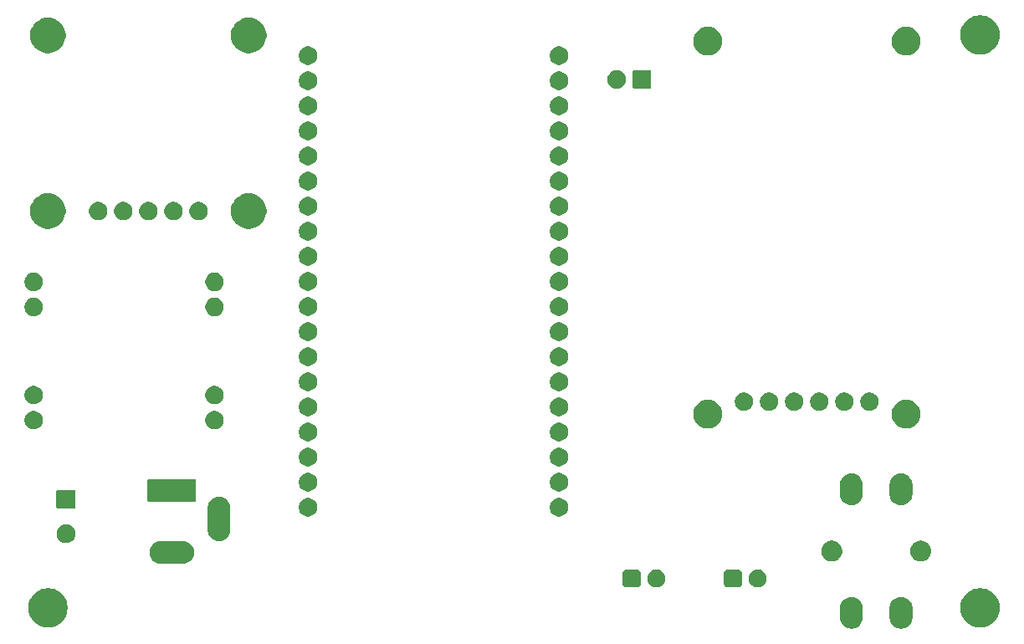
<source format=gbr>
%TF.GenerationSoftware,KiCad,Pcbnew,9.0.1*%
%TF.CreationDate,2025-07-20T02:37:13-05:00*%
%TF.ProjectId,Modulo CO2 de bus TM,4d6f6475-6c6f-4204-934f-322064652062,rev?*%
%TF.SameCoordinates,Original*%
%TF.FileFunction,Soldermask,Top*%
%TF.FilePolarity,Negative*%
%FSLAX46Y46*%
G04 Gerber Fmt 4.6, Leading zero omitted, Abs format (unit mm)*
G04 Created by KiCad (PCBNEW 9.0.1) date 2025-07-20 02:37:13*
%MOMM*%
%LPD*%
G01*
G04 APERTURE LIST*
G04 APERTURE END LIST*
G36*
X108770797Y-100422051D02*
G01*
X108943913Y-100478300D01*
X109106098Y-100560937D01*
X109253360Y-100667929D01*
X109382071Y-100796640D01*
X109489063Y-100943902D01*
X109571700Y-101106087D01*
X109627949Y-101279203D01*
X109656424Y-101458987D01*
X109660000Y-101550000D01*
X109660000Y-102450000D01*
X109656424Y-102541013D01*
X109627949Y-102720797D01*
X109571700Y-102893913D01*
X109489063Y-103056098D01*
X109382071Y-103203360D01*
X109253360Y-103332071D01*
X109106098Y-103439063D01*
X108943913Y-103521700D01*
X108770797Y-103577949D01*
X108591013Y-103606424D01*
X108408987Y-103606424D01*
X108229203Y-103577949D01*
X108056087Y-103521700D01*
X107893902Y-103439063D01*
X107746640Y-103332071D01*
X107617929Y-103203360D01*
X107510937Y-103056098D01*
X107428300Y-102893913D01*
X107372051Y-102720797D01*
X107343576Y-102541013D01*
X107340000Y-102450000D01*
X107340000Y-101550000D01*
X107343576Y-101458987D01*
X107372051Y-101279203D01*
X107428300Y-101106087D01*
X107510937Y-100943902D01*
X107617929Y-100796640D01*
X107746640Y-100667929D01*
X107893902Y-100560937D01*
X108056087Y-100478300D01*
X108229203Y-100422051D01*
X108408987Y-100393576D01*
X108591013Y-100393576D01*
X108770797Y-100422051D01*
G37*
G36*
X113770797Y-100422051D02*
G01*
X113943913Y-100478300D01*
X114106098Y-100560937D01*
X114253360Y-100667929D01*
X114382071Y-100796640D01*
X114489063Y-100943902D01*
X114571700Y-101106087D01*
X114627949Y-101279203D01*
X114656424Y-101458987D01*
X114660000Y-101550000D01*
X114660000Y-102450000D01*
X114656424Y-102541013D01*
X114627949Y-102720797D01*
X114571700Y-102893913D01*
X114489063Y-103056098D01*
X114382071Y-103203360D01*
X114253360Y-103332071D01*
X114106098Y-103439063D01*
X113943913Y-103521700D01*
X113770797Y-103577949D01*
X113591013Y-103606424D01*
X113408987Y-103606424D01*
X113229203Y-103577949D01*
X113056087Y-103521700D01*
X112893902Y-103439063D01*
X112746640Y-103332071D01*
X112617929Y-103203360D01*
X112510937Y-103056098D01*
X112428300Y-102893913D01*
X112372051Y-102720797D01*
X112343576Y-102541013D01*
X112340000Y-102450000D01*
X112340000Y-101550000D01*
X112343576Y-101458987D01*
X112372051Y-101279203D01*
X112428300Y-101106087D01*
X112510937Y-100943902D01*
X112617929Y-100796640D01*
X112746640Y-100667929D01*
X112893902Y-100560937D01*
X113056087Y-100478300D01*
X113229203Y-100422051D01*
X113408987Y-100393576D01*
X113591013Y-100393576D01*
X113770797Y-100422051D01*
G37*
G36*
X27570181Y-99538429D02*
G01*
X27822879Y-99606140D01*
X28064577Y-99706255D01*
X28291140Y-99837061D01*
X28498692Y-99996320D01*
X28683680Y-100181308D01*
X28842939Y-100388860D01*
X28973745Y-100615423D01*
X29073860Y-100857121D01*
X29141571Y-101109819D01*
X29175718Y-101369194D01*
X29175718Y-101630806D01*
X29141571Y-101890181D01*
X29073860Y-102142879D01*
X28973745Y-102384577D01*
X28842939Y-102611140D01*
X28683680Y-102818692D01*
X28498692Y-103003680D01*
X28291140Y-103162939D01*
X28064577Y-103293745D01*
X27822879Y-103393860D01*
X27570181Y-103461571D01*
X27310806Y-103495718D01*
X27049194Y-103495718D01*
X26789819Y-103461571D01*
X26537121Y-103393860D01*
X26295423Y-103293745D01*
X26068860Y-103162939D01*
X25861308Y-103003680D01*
X25676320Y-102818692D01*
X25517061Y-102611140D01*
X25386255Y-102384577D01*
X25286140Y-102142879D01*
X25218429Y-101890181D01*
X25184282Y-101630806D01*
X25184282Y-101369194D01*
X25218429Y-101109819D01*
X25286140Y-100857121D01*
X25386255Y-100615423D01*
X25517061Y-100388860D01*
X25676320Y-100181308D01*
X25861308Y-99996320D01*
X26068860Y-99837061D01*
X26295423Y-99706255D01*
X26537121Y-99606140D01*
X26789819Y-99538429D01*
X27049194Y-99504282D01*
X27310806Y-99504282D01*
X27570181Y-99538429D01*
G37*
G36*
X121890181Y-99538429D02*
G01*
X122142879Y-99606140D01*
X122384577Y-99706255D01*
X122611140Y-99837061D01*
X122818692Y-99996320D01*
X123003680Y-100181308D01*
X123162939Y-100388860D01*
X123293745Y-100615423D01*
X123393860Y-100857121D01*
X123461571Y-101109819D01*
X123495718Y-101369194D01*
X123495718Y-101630806D01*
X123461571Y-101890181D01*
X123393860Y-102142879D01*
X123293745Y-102384577D01*
X123162939Y-102611140D01*
X123003680Y-102818692D01*
X122818692Y-103003680D01*
X122611140Y-103162939D01*
X122384577Y-103293745D01*
X122142879Y-103393860D01*
X121890181Y-103461571D01*
X121630806Y-103495718D01*
X121369194Y-103495718D01*
X121109819Y-103461571D01*
X120857121Y-103393860D01*
X120615423Y-103293745D01*
X120388860Y-103162939D01*
X120181308Y-103003680D01*
X119996320Y-102818692D01*
X119837061Y-102611140D01*
X119706255Y-102384577D01*
X119606140Y-102142879D01*
X119538429Y-101890181D01*
X119504282Y-101630806D01*
X119504282Y-101369194D01*
X119538429Y-101109819D01*
X119606140Y-100857121D01*
X119706255Y-100615423D01*
X119837061Y-100388860D01*
X119996320Y-100181308D01*
X120181308Y-99996320D01*
X120388860Y-99837061D01*
X120615423Y-99706255D01*
X120857121Y-99606140D01*
X121109819Y-99538429D01*
X121369194Y-99504282D01*
X121630806Y-99504282D01*
X121890181Y-99538429D01*
G37*
G36*
X86779232Y-97615616D02*
G01*
X86845123Y-97621795D01*
X86861876Y-97627657D01*
X86884854Y-97631005D01*
X86918624Y-97647514D01*
X86954635Y-97660115D01*
X86974717Y-97674936D01*
X86998715Y-97686668D01*
X87021537Y-97709490D01*
X87046837Y-97728162D01*
X87065508Y-97753461D01*
X87088332Y-97776285D01*
X87100063Y-97800283D01*
X87114884Y-97820364D01*
X87127482Y-97856369D01*
X87143995Y-97890146D01*
X87147343Y-97913129D01*
X87153203Y-97929875D01*
X87159380Y-97995746D01*
X87160000Y-98000000D01*
X87160000Y-99050000D01*
X87159380Y-99054251D01*
X87153204Y-99120123D01*
X87147343Y-99136871D01*
X87143995Y-99159854D01*
X87127482Y-99193631D01*
X87114884Y-99229635D01*
X87100065Y-99249713D01*
X87088332Y-99273715D01*
X87065505Y-99296541D01*
X87046837Y-99321837D01*
X87021541Y-99340505D01*
X86998715Y-99363332D01*
X86974713Y-99375065D01*
X86954635Y-99389884D01*
X86918633Y-99402481D01*
X86884854Y-99418995D01*
X86861868Y-99422343D01*
X86845124Y-99428203D01*
X86779255Y-99434380D01*
X86775000Y-99435000D01*
X85725000Y-99435000D01*
X85720749Y-99434380D01*
X85654876Y-99428204D01*
X85638126Y-99422343D01*
X85615146Y-99418995D01*
X85581370Y-99402483D01*
X85545364Y-99389884D01*
X85525283Y-99375063D01*
X85501285Y-99363332D01*
X85478461Y-99340508D01*
X85453162Y-99321837D01*
X85434490Y-99296537D01*
X85411668Y-99273715D01*
X85399936Y-99249717D01*
X85385115Y-99229635D01*
X85372515Y-99193626D01*
X85356005Y-99159854D01*
X85352656Y-99136873D01*
X85346796Y-99120124D01*
X85340617Y-99054235D01*
X85340000Y-99050000D01*
X85340000Y-98000000D01*
X85340616Y-97995769D01*
X85346795Y-97929876D01*
X85352657Y-97913121D01*
X85356005Y-97890146D01*
X85372513Y-97856377D01*
X85385115Y-97820364D01*
X85399938Y-97800279D01*
X85411668Y-97776285D01*
X85434487Y-97753465D01*
X85453162Y-97728162D01*
X85478465Y-97709487D01*
X85501285Y-97686668D01*
X85525279Y-97674938D01*
X85545364Y-97660115D01*
X85581376Y-97647513D01*
X85615146Y-97631005D01*
X85638124Y-97627657D01*
X85654875Y-97621796D01*
X85720765Y-97615616D01*
X85725000Y-97615000D01*
X86775000Y-97615000D01*
X86779232Y-97615616D01*
G37*
G36*
X97029232Y-97615616D02*
G01*
X97095123Y-97621795D01*
X97111876Y-97627657D01*
X97134854Y-97631005D01*
X97168624Y-97647514D01*
X97204635Y-97660115D01*
X97224717Y-97674936D01*
X97248715Y-97686668D01*
X97271537Y-97709490D01*
X97296837Y-97728162D01*
X97315508Y-97753461D01*
X97338332Y-97776285D01*
X97350063Y-97800283D01*
X97364884Y-97820364D01*
X97377482Y-97856369D01*
X97393995Y-97890146D01*
X97397343Y-97913129D01*
X97403203Y-97929875D01*
X97409380Y-97995746D01*
X97410000Y-98000000D01*
X97410000Y-99050000D01*
X97409380Y-99054251D01*
X97403204Y-99120123D01*
X97397343Y-99136871D01*
X97393995Y-99159854D01*
X97377482Y-99193631D01*
X97364884Y-99229635D01*
X97350065Y-99249713D01*
X97338332Y-99273715D01*
X97315505Y-99296541D01*
X97296837Y-99321837D01*
X97271541Y-99340505D01*
X97248715Y-99363332D01*
X97224713Y-99375065D01*
X97204635Y-99389884D01*
X97168633Y-99402481D01*
X97134854Y-99418995D01*
X97111868Y-99422343D01*
X97095124Y-99428203D01*
X97029255Y-99434380D01*
X97025000Y-99435000D01*
X95975000Y-99435000D01*
X95970749Y-99434380D01*
X95904876Y-99428204D01*
X95888126Y-99422343D01*
X95865146Y-99418995D01*
X95831370Y-99402483D01*
X95795364Y-99389884D01*
X95775283Y-99375063D01*
X95751285Y-99363332D01*
X95728461Y-99340508D01*
X95703162Y-99321837D01*
X95684490Y-99296537D01*
X95661668Y-99273715D01*
X95649936Y-99249717D01*
X95635115Y-99229635D01*
X95622515Y-99193626D01*
X95606005Y-99159854D01*
X95602656Y-99136873D01*
X95596796Y-99120124D01*
X95590617Y-99054235D01*
X95590000Y-99050000D01*
X95590000Y-98000000D01*
X95590616Y-97995769D01*
X95596795Y-97929876D01*
X95602657Y-97913121D01*
X95606005Y-97890146D01*
X95622513Y-97856377D01*
X95635115Y-97820364D01*
X95649938Y-97800279D01*
X95661668Y-97776285D01*
X95684487Y-97753465D01*
X95703162Y-97728162D01*
X95728465Y-97709487D01*
X95751285Y-97686668D01*
X95775279Y-97674938D01*
X95795364Y-97660115D01*
X95831376Y-97647513D01*
X95865146Y-97631005D01*
X95888124Y-97627657D01*
X95904875Y-97621796D01*
X95970765Y-97615616D01*
X95975000Y-97615000D01*
X97025000Y-97615000D01*
X97029232Y-97615616D01*
G37*
G36*
X89014159Y-97654184D02*
G01*
X89178971Y-97722452D01*
X89327298Y-97821560D01*
X89453440Y-97947702D01*
X89552548Y-98096029D01*
X89620816Y-98260841D01*
X89655618Y-98435804D01*
X89655618Y-98614196D01*
X89620816Y-98789159D01*
X89552548Y-98953971D01*
X89453440Y-99102298D01*
X89327298Y-99228440D01*
X89178971Y-99327548D01*
X89014159Y-99395816D01*
X88839196Y-99430618D01*
X88660804Y-99430618D01*
X88485841Y-99395816D01*
X88321029Y-99327548D01*
X88172702Y-99228440D01*
X88046560Y-99102298D01*
X87947452Y-98953971D01*
X87879184Y-98789159D01*
X87844382Y-98614196D01*
X87844382Y-98435804D01*
X87879184Y-98260841D01*
X87947452Y-98096029D01*
X88046560Y-97947702D01*
X88172702Y-97821560D01*
X88321029Y-97722452D01*
X88485841Y-97654184D01*
X88660804Y-97619382D01*
X88839196Y-97619382D01*
X89014159Y-97654184D01*
G37*
G36*
X99264159Y-97654184D02*
G01*
X99428971Y-97722452D01*
X99577298Y-97821560D01*
X99703440Y-97947702D01*
X99802548Y-98096029D01*
X99870816Y-98260841D01*
X99905618Y-98435804D01*
X99905618Y-98614196D01*
X99870816Y-98789159D01*
X99802548Y-98953971D01*
X99703440Y-99102298D01*
X99577298Y-99228440D01*
X99428971Y-99327548D01*
X99264159Y-99395816D01*
X99089196Y-99430618D01*
X98910804Y-99430618D01*
X98735841Y-99395816D01*
X98571029Y-99327548D01*
X98422702Y-99228440D01*
X98296560Y-99102298D01*
X98197452Y-98953971D01*
X98129184Y-98789159D01*
X98094382Y-98614196D01*
X98094382Y-98435804D01*
X98129184Y-98260841D01*
X98197452Y-98096029D01*
X98296560Y-97947702D01*
X98422702Y-97821560D01*
X98571029Y-97722452D01*
X98735841Y-97654184D01*
X98910804Y-97619382D01*
X99089196Y-97619382D01*
X99264159Y-97654184D01*
G37*
G36*
X40891013Y-94743576D02*
G01*
X41070797Y-94772051D01*
X41243913Y-94828300D01*
X41406098Y-94910937D01*
X41553360Y-95017929D01*
X41682071Y-95146640D01*
X41789063Y-95293902D01*
X41871700Y-95456087D01*
X41927949Y-95629203D01*
X41956424Y-95808987D01*
X41956424Y-95991013D01*
X41927949Y-96170797D01*
X41871700Y-96343913D01*
X41789063Y-96506098D01*
X41682071Y-96653360D01*
X41553360Y-96782071D01*
X41406098Y-96889063D01*
X41243913Y-96971700D01*
X41070797Y-97027949D01*
X40891013Y-97056424D01*
X40800000Y-97060000D01*
X40799030Y-97060000D01*
X38600970Y-97060000D01*
X38600000Y-97060000D01*
X38508987Y-97056424D01*
X38329203Y-97027949D01*
X38156087Y-96971700D01*
X37993902Y-96889063D01*
X37846640Y-96782071D01*
X37717929Y-96653360D01*
X37610937Y-96506098D01*
X37528300Y-96343913D01*
X37472051Y-96170797D01*
X37443576Y-95991013D01*
X37443576Y-95808987D01*
X37472051Y-95629203D01*
X37528300Y-95456087D01*
X37610937Y-95293902D01*
X37717929Y-95146640D01*
X37846640Y-95017929D01*
X37993902Y-94910937D01*
X38156087Y-94828300D01*
X38329203Y-94772051D01*
X38508987Y-94743576D01*
X38600000Y-94740000D01*
X40800000Y-94740000D01*
X40891013Y-94743576D01*
G37*
G36*
X106593778Y-94695104D02*
G01*
X106603898Y-94695104D01*
X106643438Y-94702969D01*
X106747411Y-94719436D01*
X106780855Y-94730302D01*
X106807702Y-94735643D01*
X106845591Y-94751337D01*
X106905583Y-94770830D01*
X106961783Y-94799465D01*
X106999681Y-94815163D01*
X107022446Y-94830374D01*
X107053769Y-94846334D01*
X107138927Y-94908205D01*
X107172457Y-94930609D01*
X107179612Y-94937764D01*
X107188312Y-94944085D01*
X107305914Y-95061687D01*
X107312234Y-95070386D01*
X107319391Y-95077543D01*
X107341797Y-95111076D01*
X107403665Y-95196230D01*
X107419623Y-95227550D01*
X107434837Y-95250319D01*
X107450536Y-95288221D01*
X107479169Y-95344416D01*
X107498659Y-95404401D01*
X107514357Y-95442298D01*
X107519698Y-95469150D01*
X107530563Y-95502588D01*
X107547029Y-95606555D01*
X107554896Y-95646102D01*
X107554896Y-95656221D01*
X107556578Y-95666841D01*
X107556578Y-95833158D01*
X107554896Y-95843777D01*
X107554896Y-95853898D01*
X107547029Y-95893447D01*
X107530563Y-95997411D01*
X107519698Y-96030847D01*
X107514357Y-96057702D01*
X107498658Y-96095602D01*
X107479169Y-96155583D01*
X107450538Y-96211773D01*
X107434837Y-96249681D01*
X107419621Y-96272452D01*
X107403665Y-96303769D01*
X107341806Y-96388910D01*
X107319391Y-96422457D01*
X107312232Y-96429615D01*
X107305914Y-96438312D01*
X107188312Y-96555914D01*
X107179615Y-96562232D01*
X107172457Y-96569391D01*
X107138910Y-96591806D01*
X107053769Y-96653665D01*
X107022452Y-96669621D01*
X106999681Y-96684837D01*
X106961773Y-96700538D01*
X106905583Y-96729169D01*
X106845602Y-96748658D01*
X106807702Y-96764357D01*
X106780847Y-96769698D01*
X106747411Y-96780563D01*
X106643447Y-96797029D01*
X106603898Y-96804896D01*
X106593778Y-96804896D01*
X106583158Y-96806578D01*
X106416842Y-96806578D01*
X106406222Y-96804896D01*
X106396102Y-96804896D01*
X106356553Y-96797029D01*
X106252588Y-96780563D01*
X106219150Y-96769698D01*
X106192298Y-96764357D01*
X106154401Y-96748659D01*
X106094416Y-96729169D01*
X106038221Y-96700536D01*
X106000319Y-96684837D01*
X105977550Y-96669623D01*
X105946230Y-96653665D01*
X105861076Y-96591797D01*
X105827543Y-96569391D01*
X105820386Y-96562234D01*
X105811687Y-96555914D01*
X105694085Y-96438312D01*
X105687764Y-96429612D01*
X105680609Y-96422457D01*
X105658205Y-96388927D01*
X105596334Y-96303769D01*
X105580374Y-96272446D01*
X105565163Y-96249681D01*
X105549465Y-96211783D01*
X105520830Y-96155583D01*
X105501337Y-96095591D01*
X105485643Y-96057702D01*
X105480302Y-96030855D01*
X105469436Y-95997411D01*
X105452969Y-95893438D01*
X105445104Y-95853898D01*
X105445104Y-95843778D01*
X105443422Y-95833158D01*
X105443422Y-95666841D01*
X105445104Y-95656220D01*
X105445104Y-95646102D01*
X105452968Y-95606565D01*
X105469436Y-95502588D01*
X105480303Y-95469142D01*
X105485643Y-95442298D01*
X105501335Y-95404412D01*
X105520830Y-95344416D01*
X105549467Y-95288210D01*
X105565163Y-95250319D01*
X105580372Y-95227556D01*
X105596334Y-95196230D01*
X105658213Y-95111059D01*
X105680609Y-95077543D01*
X105687761Y-95070390D01*
X105694085Y-95061687D01*
X105811687Y-94944085D01*
X105820390Y-94937761D01*
X105827543Y-94930609D01*
X105861059Y-94908213D01*
X105946230Y-94846334D01*
X105977556Y-94830372D01*
X106000319Y-94815163D01*
X106038210Y-94799467D01*
X106094416Y-94770830D01*
X106154412Y-94751335D01*
X106192298Y-94735643D01*
X106219142Y-94730303D01*
X106252588Y-94719436D01*
X106356562Y-94702968D01*
X106396102Y-94695104D01*
X106406222Y-94695104D01*
X106416842Y-94693422D01*
X106583158Y-94693422D01*
X106593778Y-94695104D01*
G37*
G36*
X115593778Y-94695104D02*
G01*
X115603898Y-94695104D01*
X115643438Y-94702969D01*
X115747411Y-94719436D01*
X115780855Y-94730302D01*
X115807702Y-94735643D01*
X115845591Y-94751337D01*
X115905583Y-94770830D01*
X115961783Y-94799465D01*
X115999681Y-94815163D01*
X116022446Y-94830374D01*
X116053769Y-94846334D01*
X116138927Y-94908205D01*
X116172457Y-94930609D01*
X116179612Y-94937764D01*
X116188312Y-94944085D01*
X116305914Y-95061687D01*
X116312234Y-95070386D01*
X116319391Y-95077543D01*
X116341797Y-95111076D01*
X116403665Y-95196230D01*
X116419623Y-95227550D01*
X116434837Y-95250319D01*
X116450536Y-95288221D01*
X116479169Y-95344416D01*
X116498659Y-95404401D01*
X116514357Y-95442298D01*
X116519698Y-95469150D01*
X116530563Y-95502588D01*
X116547029Y-95606555D01*
X116554896Y-95646102D01*
X116554896Y-95656221D01*
X116556578Y-95666841D01*
X116556578Y-95833158D01*
X116554896Y-95843777D01*
X116554896Y-95853898D01*
X116547029Y-95893447D01*
X116530563Y-95997411D01*
X116519698Y-96030847D01*
X116514357Y-96057702D01*
X116498658Y-96095602D01*
X116479169Y-96155583D01*
X116450538Y-96211773D01*
X116434837Y-96249681D01*
X116419621Y-96272452D01*
X116403665Y-96303769D01*
X116341806Y-96388910D01*
X116319391Y-96422457D01*
X116312232Y-96429615D01*
X116305914Y-96438312D01*
X116188312Y-96555914D01*
X116179615Y-96562232D01*
X116172457Y-96569391D01*
X116138910Y-96591806D01*
X116053769Y-96653665D01*
X116022452Y-96669621D01*
X115999681Y-96684837D01*
X115961773Y-96700538D01*
X115905583Y-96729169D01*
X115845602Y-96748658D01*
X115807702Y-96764357D01*
X115780847Y-96769698D01*
X115747411Y-96780563D01*
X115643447Y-96797029D01*
X115603898Y-96804896D01*
X115593778Y-96804896D01*
X115583158Y-96806578D01*
X115416842Y-96806578D01*
X115406222Y-96804896D01*
X115396102Y-96804896D01*
X115356553Y-96797029D01*
X115252588Y-96780563D01*
X115219150Y-96769698D01*
X115192298Y-96764357D01*
X115154401Y-96748659D01*
X115094416Y-96729169D01*
X115038221Y-96700536D01*
X115000319Y-96684837D01*
X114977550Y-96669623D01*
X114946230Y-96653665D01*
X114861076Y-96591797D01*
X114827543Y-96569391D01*
X114820386Y-96562234D01*
X114811687Y-96555914D01*
X114694085Y-96438312D01*
X114687764Y-96429612D01*
X114680609Y-96422457D01*
X114658205Y-96388927D01*
X114596334Y-96303769D01*
X114580374Y-96272446D01*
X114565163Y-96249681D01*
X114549465Y-96211783D01*
X114520830Y-96155583D01*
X114501337Y-96095591D01*
X114485643Y-96057702D01*
X114480302Y-96030855D01*
X114469436Y-95997411D01*
X114452969Y-95893438D01*
X114445104Y-95853898D01*
X114445104Y-95843778D01*
X114443422Y-95833158D01*
X114443422Y-95666841D01*
X114445104Y-95656220D01*
X114445104Y-95646102D01*
X114452968Y-95606565D01*
X114469436Y-95502588D01*
X114480303Y-95469142D01*
X114485643Y-95442298D01*
X114501335Y-95404412D01*
X114520830Y-95344416D01*
X114549467Y-95288210D01*
X114565163Y-95250319D01*
X114580372Y-95227556D01*
X114596334Y-95196230D01*
X114658213Y-95111059D01*
X114680609Y-95077543D01*
X114687761Y-95070390D01*
X114694085Y-95061687D01*
X114811687Y-94944085D01*
X114820390Y-94937761D01*
X114827543Y-94930609D01*
X114861059Y-94908213D01*
X114946230Y-94846334D01*
X114977556Y-94830372D01*
X115000319Y-94815163D01*
X115038210Y-94799467D01*
X115094416Y-94770830D01*
X115154412Y-94751335D01*
X115192298Y-94735643D01*
X115219142Y-94730303D01*
X115252588Y-94719436D01*
X115356562Y-94702968D01*
X115396102Y-94695104D01*
X115406222Y-94695104D01*
X115416842Y-94693422D01*
X115583158Y-94693422D01*
X115593778Y-94695104D01*
G37*
G36*
X29278673Y-93081337D02*
G01*
X29452541Y-93153356D01*
X29609018Y-93257910D01*
X29742090Y-93390982D01*
X29846644Y-93547459D01*
X29918663Y-93721327D01*
X29955377Y-93905904D01*
X29955377Y-94094096D01*
X29918663Y-94278673D01*
X29846644Y-94452541D01*
X29742090Y-94609018D01*
X29609018Y-94742090D01*
X29452541Y-94846644D01*
X29278673Y-94918663D01*
X29094096Y-94955377D01*
X28905904Y-94955377D01*
X28721327Y-94918663D01*
X28547459Y-94846644D01*
X28390982Y-94742090D01*
X28257910Y-94609018D01*
X28153356Y-94452541D01*
X28081337Y-94278673D01*
X28044623Y-94094096D01*
X28044623Y-93905904D01*
X28081337Y-93721327D01*
X28153356Y-93547459D01*
X28257910Y-93390982D01*
X28390982Y-93257910D01*
X28547459Y-93153356D01*
X28721327Y-93081337D01*
X28905904Y-93044623D01*
X29094096Y-93044623D01*
X29278673Y-93081337D01*
G37*
G36*
X44768462Y-90281775D02*
G01*
X44940086Y-90337539D01*
X45100873Y-90419464D01*
X45246865Y-90525533D01*
X45374467Y-90653135D01*
X45480536Y-90799127D01*
X45562461Y-90959914D01*
X45618225Y-91131538D01*
X45646455Y-91309772D01*
X45650000Y-91400000D01*
X45650000Y-93600000D01*
X45646455Y-93690228D01*
X45618225Y-93868462D01*
X45562461Y-94040086D01*
X45480536Y-94200873D01*
X45374467Y-94346865D01*
X45246865Y-94474467D01*
X45100873Y-94580536D01*
X44940086Y-94662461D01*
X44768462Y-94718225D01*
X44590228Y-94746455D01*
X44409772Y-94746455D01*
X44231538Y-94718225D01*
X44059914Y-94662461D01*
X43899127Y-94580536D01*
X43753135Y-94474467D01*
X43625533Y-94346865D01*
X43519464Y-94200873D01*
X43437539Y-94040086D01*
X43381775Y-93868462D01*
X43353545Y-93690228D01*
X43350000Y-93600000D01*
X43350000Y-91400000D01*
X43353545Y-91309772D01*
X43381775Y-91131538D01*
X43437539Y-90959914D01*
X43519464Y-90799127D01*
X43625533Y-90653135D01*
X43753135Y-90525533D01*
X43899127Y-90419464D01*
X44059914Y-90337539D01*
X44231538Y-90281775D01*
X44409772Y-90253545D01*
X44590228Y-90253545D01*
X44768462Y-90281775D01*
G37*
G36*
X53772868Y-90420476D02*
G01*
X53943113Y-90490994D01*
X54096330Y-90593370D01*
X54226630Y-90723670D01*
X54329006Y-90876887D01*
X54399524Y-91047132D01*
X54435474Y-91227864D01*
X54435474Y-91412136D01*
X54399524Y-91592868D01*
X54329006Y-91763113D01*
X54226630Y-91916330D01*
X54096330Y-92046630D01*
X53943113Y-92149006D01*
X53772868Y-92219524D01*
X53592136Y-92255474D01*
X53407864Y-92255474D01*
X53227132Y-92219524D01*
X53056887Y-92149006D01*
X52903670Y-92046630D01*
X52773370Y-91916330D01*
X52670994Y-91763113D01*
X52600476Y-91592868D01*
X52564526Y-91412136D01*
X52564526Y-91227864D01*
X52600476Y-91047132D01*
X52670994Y-90876887D01*
X52773370Y-90723670D01*
X52903670Y-90593370D01*
X53056887Y-90490994D01*
X53227132Y-90420476D01*
X53407864Y-90384526D01*
X53592136Y-90384526D01*
X53772868Y-90420476D01*
G37*
G36*
X79172868Y-90420476D02*
G01*
X79343113Y-90490994D01*
X79496330Y-90593370D01*
X79626630Y-90723670D01*
X79729006Y-90876887D01*
X79799524Y-91047132D01*
X79835474Y-91227864D01*
X79835474Y-91412136D01*
X79799524Y-91592868D01*
X79729006Y-91763113D01*
X79626630Y-91916330D01*
X79496330Y-92046630D01*
X79343113Y-92149006D01*
X79172868Y-92219524D01*
X78992136Y-92255474D01*
X78807864Y-92255474D01*
X78627132Y-92219524D01*
X78456887Y-92149006D01*
X78303670Y-92046630D01*
X78173370Y-91916330D01*
X78070994Y-91763113D01*
X78000476Y-91592868D01*
X77964526Y-91412136D01*
X77964526Y-91227864D01*
X78000476Y-91047132D01*
X78070994Y-90876887D01*
X78173370Y-90723670D01*
X78303670Y-90593370D01*
X78456887Y-90490994D01*
X78627132Y-90420476D01*
X78807864Y-90384526D01*
X78992136Y-90384526D01*
X79172868Y-90420476D01*
G37*
G36*
X29861229Y-89552179D02*
G01*
X29913137Y-89586863D01*
X29947821Y-89638771D01*
X29960000Y-89700000D01*
X29960000Y-91300000D01*
X29947821Y-91361229D01*
X29913137Y-91413137D01*
X29861229Y-91447821D01*
X29800000Y-91460000D01*
X28200000Y-91460000D01*
X28138771Y-91447821D01*
X28086863Y-91413137D01*
X28052179Y-91361229D01*
X28040000Y-91300000D01*
X28040000Y-89700000D01*
X28052179Y-89638771D01*
X28086863Y-89586863D01*
X28138771Y-89552179D01*
X28200000Y-89540000D01*
X29800000Y-89540000D01*
X29861229Y-89552179D01*
G37*
G36*
X108770797Y-87922051D02*
G01*
X108943913Y-87978300D01*
X109106098Y-88060937D01*
X109253360Y-88167929D01*
X109382071Y-88296640D01*
X109489063Y-88443902D01*
X109571700Y-88606087D01*
X109627949Y-88779203D01*
X109656424Y-88958987D01*
X109660000Y-89050000D01*
X109660000Y-89950000D01*
X109656424Y-90041013D01*
X109627949Y-90220797D01*
X109571700Y-90393913D01*
X109489063Y-90556098D01*
X109382071Y-90703360D01*
X109253360Y-90832071D01*
X109106098Y-90939063D01*
X108943913Y-91021700D01*
X108770797Y-91077949D01*
X108591013Y-91106424D01*
X108408987Y-91106424D01*
X108229203Y-91077949D01*
X108056087Y-91021700D01*
X107893902Y-90939063D01*
X107746640Y-90832071D01*
X107617929Y-90703360D01*
X107510937Y-90556098D01*
X107428300Y-90393913D01*
X107372051Y-90220797D01*
X107343576Y-90041013D01*
X107340000Y-89950000D01*
X107340000Y-89050000D01*
X107343576Y-88958987D01*
X107372051Y-88779203D01*
X107428300Y-88606087D01*
X107510937Y-88443902D01*
X107617929Y-88296640D01*
X107746640Y-88167929D01*
X107893902Y-88060937D01*
X108056087Y-87978300D01*
X108229203Y-87922051D01*
X108408987Y-87893576D01*
X108591013Y-87893576D01*
X108770797Y-87922051D01*
G37*
G36*
X113770797Y-87922051D02*
G01*
X113943913Y-87978300D01*
X114106098Y-88060937D01*
X114253360Y-88167929D01*
X114382071Y-88296640D01*
X114489063Y-88443902D01*
X114571700Y-88606087D01*
X114627949Y-88779203D01*
X114656424Y-88958987D01*
X114660000Y-89050000D01*
X114660000Y-89950000D01*
X114656424Y-90041013D01*
X114627949Y-90220797D01*
X114571700Y-90393913D01*
X114489063Y-90556098D01*
X114382071Y-90703360D01*
X114253360Y-90832071D01*
X114106098Y-90939063D01*
X113943913Y-91021700D01*
X113770797Y-91077949D01*
X113591013Y-91106424D01*
X113408987Y-91106424D01*
X113229203Y-91077949D01*
X113056087Y-91021700D01*
X112893902Y-90939063D01*
X112746640Y-90832071D01*
X112617929Y-90703360D01*
X112510937Y-90556098D01*
X112428300Y-90393913D01*
X112372051Y-90220797D01*
X112343576Y-90041013D01*
X112340000Y-89950000D01*
X112340000Y-89050000D01*
X112343576Y-88958987D01*
X112372051Y-88779203D01*
X112428300Y-88606087D01*
X112510937Y-88443902D01*
X112617929Y-88296640D01*
X112746640Y-88167929D01*
X112893902Y-88060937D01*
X113056087Y-87978300D01*
X113229203Y-87922051D01*
X113408987Y-87893576D01*
X113591013Y-87893576D01*
X113770797Y-87922051D01*
G37*
G36*
X42057403Y-88461418D02*
G01*
X42106066Y-88493934D01*
X42138582Y-88542597D01*
X42150000Y-88600000D01*
X42150000Y-90600000D01*
X42138582Y-90657403D01*
X42106066Y-90706066D01*
X42057403Y-90738582D01*
X42000000Y-90750000D01*
X37400000Y-90750000D01*
X37342597Y-90738582D01*
X37293934Y-90706066D01*
X37261418Y-90657403D01*
X37250000Y-90600000D01*
X37250000Y-88600000D01*
X37261418Y-88542597D01*
X37293934Y-88493934D01*
X37342597Y-88461418D01*
X37400000Y-88450000D01*
X42000000Y-88450000D01*
X42057403Y-88461418D01*
G37*
G36*
X53772868Y-87880476D02*
G01*
X53943113Y-87950994D01*
X54096330Y-88053370D01*
X54226630Y-88183670D01*
X54329006Y-88336887D01*
X54399524Y-88507132D01*
X54435474Y-88687864D01*
X54435474Y-88872136D01*
X54399524Y-89052868D01*
X54329006Y-89223113D01*
X54226630Y-89376330D01*
X54096330Y-89506630D01*
X53943113Y-89609006D01*
X53772868Y-89679524D01*
X53592136Y-89715474D01*
X53407864Y-89715474D01*
X53227132Y-89679524D01*
X53056887Y-89609006D01*
X52903670Y-89506630D01*
X52773370Y-89376330D01*
X52670994Y-89223113D01*
X52600476Y-89052868D01*
X52564526Y-88872136D01*
X52564526Y-88687864D01*
X52600476Y-88507132D01*
X52670994Y-88336887D01*
X52773370Y-88183670D01*
X52903670Y-88053370D01*
X53056887Y-87950994D01*
X53227132Y-87880476D01*
X53407864Y-87844526D01*
X53592136Y-87844526D01*
X53772868Y-87880476D01*
G37*
G36*
X79172868Y-87880476D02*
G01*
X79343113Y-87950994D01*
X79496330Y-88053370D01*
X79626630Y-88183670D01*
X79729006Y-88336887D01*
X79799524Y-88507132D01*
X79835474Y-88687864D01*
X79835474Y-88872136D01*
X79799524Y-89052868D01*
X79729006Y-89223113D01*
X79626630Y-89376330D01*
X79496330Y-89506630D01*
X79343113Y-89609006D01*
X79172868Y-89679524D01*
X78992136Y-89715474D01*
X78807864Y-89715474D01*
X78627132Y-89679524D01*
X78456887Y-89609006D01*
X78303670Y-89506630D01*
X78173370Y-89376330D01*
X78070994Y-89223113D01*
X78000476Y-89052868D01*
X77964526Y-88872136D01*
X77964526Y-88687864D01*
X78000476Y-88507132D01*
X78070994Y-88336887D01*
X78173370Y-88183670D01*
X78303670Y-88053370D01*
X78456887Y-87950994D01*
X78627132Y-87880476D01*
X78807864Y-87844526D01*
X78992136Y-87844526D01*
X79172868Y-87880476D01*
G37*
G36*
X53772868Y-85340476D02*
G01*
X53943113Y-85410994D01*
X54096330Y-85513370D01*
X54226630Y-85643670D01*
X54329006Y-85796887D01*
X54399524Y-85967132D01*
X54435474Y-86147864D01*
X54435474Y-86332136D01*
X54399524Y-86512868D01*
X54329006Y-86683113D01*
X54226630Y-86836330D01*
X54096330Y-86966630D01*
X53943113Y-87069006D01*
X53772868Y-87139524D01*
X53592136Y-87175474D01*
X53407864Y-87175474D01*
X53227132Y-87139524D01*
X53056887Y-87069006D01*
X52903670Y-86966630D01*
X52773370Y-86836330D01*
X52670994Y-86683113D01*
X52600476Y-86512868D01*
X52564526Y-86332136D01*
X52564526Y-86147864D01*
X52600476Y-85967132D01*
X52670994Y-85796887D01*
X52773370Y-85643670D01*
X52903670Y-85513370D01*
X53056887Y-85410994D01*
X53227132Y-85340476D01*
X53407864Y-85304526D01*
X53592136Y-85304526D01*
X53772868Y-85340476D01*
G37*
G36*
X79172868Y-85340476D02*
G01*
X79343113Y-85410994D01*
X79496330Y-85513370D01*
X79626630Y-85643670D01*
X79729006Y-85796887D01*
X79799524Y-85967132D01*
X79835474Y-86147864D01*
X79835474Y-86332136D01*
X79799524Y-86512868D01*
X79729006Y-86683113D01*
X79626630Y-86836330D01*
X79496330Y-86966630D01*
X79343113Y-87069006D01*
X79172868Y-87139524D01*
X78992136Y-87175474D01*
X78807864Y-87175474D01*
X78627132Y-87139524D01*
X78456887Y-87069006D01*
X78303670Y-86966630D01*
X78173370Y-86836330D01*
X78070994Y-86683113D01*
X78000476Y-86512868D01*
X77964526Y-86332136D01*
X77964526Y-86147864D01*
X78000476Y-85967132D01*
X78070994Y-85796887D01*
X78173370Y-85643670D01*
X78303670Y-85513370D01*
X78456887Y-85410994D01*
X78627132Y-85340476D01*
X78807864Y-85304526D01*
X78992136Y-85304526D01*
X79172868Y-85340476D01*
G37*
G36*
X53772868Y-82800476D02*
G01*
X53943113Y-82870994D01*
X54096330Y-82973370D01*
X54226630Y-83103670D01*
X54329006Y-83256887D01*
X54399524Y-83427132D01*
X54435474Y-83607864D01*
X54435474Y-83792136D01*
X54399524Y-83972868D01*
X54329006Y-84143113D01*
X54226630Y-84296330D01*
X54096330Y-84426630D01*
X53943113Y-84529006D01*
X53772868Y-84599524D01*
X53592136Y-84635474D01*
X53407864Y-84635474D01*
X53227132Y-84599524D01*
X53056887Y-84529006D01*
X52903670Y-84426630D01*
X52773370Y-84296330D01*
X52670994Y-84143113D01*
X52600476Y-83972868D01*
X52564526Y-83792136D01*
X52564526Y-83607864D01*
X52600476Y-83427132D01*
X52670994Y-83256887D01*
X52773370Y-83103670D01*
X52903670Y-82973370D01*
X53056887Y-82870994D01*
X53227132Y-82800476D01*
X53407864Y-82764526D01*
X53592136Y-82764526D01*
X53772868Y-82800476D01*
G37*
G36*
X79172868Y-82800476D02*
G01*
X79343113Y-82870994D01*
X79496330Y-82973370D01*
X79626630Y-83103670D01*
X79729006Y-83256887D01*
X79799524Y-83427132D01*
X79835474Y-83607864D01*
X79835474Y-83792136D01*
X79799524Y-83972868D01*
X79729006Y-84143113D01*
X79626630Y-84296330D01*
X79496330Y-84426630D01*
X79343113Y-84529006D01*
X79172868Y-84599524D01*
X78992136Y-84635474D01*
X78807864Y-84635474D01*
X78627132Y-84599524D01*
X78456887Y-84529006D01*
X78303670Y-84426630D01*
X78173370Y-84296330D01*
X78070994Y-84143113D01*
X78000476Y-83972868D01*
X77964526Y-83792136D01*
X77964526Y-83607864D01*
X78000476Y-83427132D01*
X78070994Y-83256887D01*
X78173370Y-83103670D01*
X78303670Y-82973370D01*
X78456887Y-82870994D01*
X78627132Y-82800476D01*
X78807864Y-82764526D01*
X78992136Y-82764526D01*
X79172868Y-82800476D01*
G37*
G36*
X26002868Y-81600476D02*
G01*
X26173113Y-81670994D01*
X26326330Y-81773370D01*
X26456630Y-81903670D01*
X26559006Y-82056887D01*
X26629524Y-82227132D01*
X26665474Y-82407864D01*
X26665474Y-82592136D01*
X26629524Y-82772868D01*
X26559006Y-82943113D01*
X26456630Y-83096330D01*
X26326330Y-83226630D01*
X26173113Y-83329006D01*
X26002868Y-83399524D01*
X25822136Y-83435474D01*
X25637864Y-83435474D01*
X25457132Y-83399524D01*
X25286887Y-83329006D01*
X25133670Y-83226630D01*
X25003370Y-83096330D01*
X24900994Y-82943113D01*
X24830476Y-82772868D01*
X24794526Y-82592136D01*
X24794526Y-82407864D01*
X24830476Y-82227132D01*
X24900994Y-82056887D01*
X25003370Y-81903670D01*
X25133670Y-81773370D01*
X25286887Y-81670994D01*
X25457132Y-81600476D01*
X25637864Y-81564526D01*
X25822136Y-81564526D01*
X26002868Y-81600476D01*
G37*
G36*
X44302868Y-81600476D02*
G01*
X44473113Y-81670994D01*
X44626330Y-81773370D01*
X44756630Y-81903670D01*
X44859006Y-82056887D01*
X44929524Y-82227132D01*
X44965474Y-82407864D01*
X44965474Y-82592136D01*
X44929524Y-82772868D01*
X44859006Y-82943113D01*
X44756630Y-83096330D01*
X44626330Y-83226630D01*
X44473113Y-83329006D01*
X44302868Y-83399524D01*
X44122136Y-83435474D01*
X43937864Y-83435474D01*
X43757132Y-83399524D01*
X43586887Y-83329006D01*
X43433670Y-83226630D01*
X43303370Y-83096330D01*
X43200994Y-82943113D01*
X43130476Y-82772868D01*
X43094526Y-82592136D01*
X43094526Y-82407864D01*
X43130476Y-82227132D01*
X43200994Y-82056887D01*
X43303370Y-81903670D01*
X43433670Y-81773370D01*
X43586887Y-81670994D01*
X43757132Y-81600476D01*
X43937864Y-81564526D01*
X44122136Y-81564526D01*
X44302868Y-81600476D01*
G37*
G36*
X94300830Y-80450340D02*
G01*
X94518718Y-80521136D01*
X94722848Y-80625145D01*
X94908194Y-80759807D01*
X95070193Y-80921806D01*
X95204855Y-81107152D01*
X95308864Y-81311282D01*
X95379660Y-81529170D01*
X95415499Y-81755450D01*
X95415499Y-81984550D01*
X95379660Y-82210830D01*
X95308864Y-82428718D01*
X95204855Y-82632848D01*
X95070193Y-82818194D01*
X94908194Y-82980193D01*
X94722848Y-83114855D01*
X94518718Y-83218864D01*
X94300830Y-83289660D01*
X94074550Y-83325499D01*
X93845450Y-83325499D01*
X93619170Y-83289660D01*
X93401282Y-83218864D01*
X93197152Y-83114855D01*
X93011806Y-82980193D01*
X92849807Y-82818194D01*
X92715145Y-82632848D01*
X92611136Y-82428718D01*
X92540340Y-82210830D01*
X92504501Y-81984550D01*
X92504501Y-81755450D01*
X92540340Y-81529170D01*
X92611136Y-81311282D01*
X92715145Y-81107152D01*
X92849807Y-80921806D01*
X93011806Y-80759807D01*
X93197152Y-80625145D01*
X93401282Y-80521136D01*
X93619170Y-80450340D01*
X93845450Y-80414501D01*
X94074550Y-80414501D01*
X94300830Y-80450340D01*
G37*
G36*
X114380830Y-80450340D02*
G01*
X114598718Y-80521136D01*
X114802848Y-80625145D01*
X114988194Y-80759807D01*
X115150193Y-80921806D01*
X115284855Y-81107152D01*
X115388864Y-81311282D01*
X115459660Y-81529170D01*
X115495499Y-81755450D01*
X115495499Y-81984550D01*
X115459660Y-82210830D01*
X115388864Y-82428718D01*
X115284855Y-82632848D01*
X115150193Y-82818194D01*
X114988194Y-82980193D01*
X114802848Y-83114855D01*
X114598718Y-83218864D01*
X114380830Y-83289660D01*
X114154550Y-83325499D01*
X113925450Y-83325499D01*
X113699170Y-83289660D01*
X113481282Y-83218864D01*
X113277152Y-83114855D01*
X113091806Y-82980193D01*
X112929807Y-82818194D01*
X112795145Y-82632848D01*
X112691136Y-82428718D01*
X112620340Y-82210830D01*
X112584501Y-81984550D01*
X112584501Y-81755450D01*
X112620340Y-81529170D01*
X112691136Y-81311282D01*
X112795145Y-81107152D01*
X112929807Y-80921806D01*
X113091806Y-80759807D01*
X113277152Y-80625145D01*
X113481282Y-80521136D01*
X113699170Y-80450340D01*
X113925450Y-80414501D01*
X114154550Y-80414501D01*
X114380830Y-80450340D01*
G37*
G36*
X53772868Y-80260476D02*
G01*
X53943113Y-80330994D01*
X54096330Y-80433370D01*
X54226630Y-80563670D01*
X54329006Y-80716887D01*
X54399524Y-80887132D01*
X54435474Y-81067864D01*
X54435474Y-81252136D01*
X54399524Y-81432868D01*
X54329006Y-81603113D01*
X54226630Y-81756330D01*
X54096330Y-81886630D01*
X53943113Y-81989006D01*
X53772868Y-82059524D01*
X53592136Y-82095474D01*
X53407864Y-82095474D01*
X53227132Y-82059524D01*
X53056887Y-81989006D01*
X52903670Y-81886630D01*
X52773370Y-81756330D01*
X52670994Y-81603113D01*
X52600476Y-81432868D01*
X52564526Y-81252136D01*
X52564526Y-81067864D01*
X52600476Y-80887132D01*
X52670994Y-80716887D01*
X52773370Y-80563670D01*
X52903670Y-80433370D01*
X53056887Y-80330994D01*
X53227132Y-80260476D01*
X53407864Y-80224526D01*
X53592136Y-80224526D01*
X53772868Y-80260476D01*
G37*
G36*
X79172868Y-80260476D02*
G01*
X79343113Y-80330994D01*
X79496330Y-80433370D01*
X79626630Y-80563670D01*
X79729006Y-80716887D01*
X79799524Y-80887132D01*
X79835474Y-81067864D01*
X79835474Y-81252136D01*
X79799524Y-81432868D01*
X79729006Y-81603113D01*
X79626630Y-81756330D01*
X79496330Y-81886630D01*
X79343113Y-81989006D01*
X79172868Y-82059524D01*
X78992136Y-82095474D01*
X78807864Y-82095474D01*
X78627132Y-82059524D01*
X78456887Y-81989006D01*
X78303670Y-81886630D01*
X78173370Y-81756330D01*
X78070994Y-81603113D01*
X78000476Y-81432868D01*
X77964526Y-81252136D01*
X77964526Y-81067864D01*
X78000476Y-80887132D01*
X78070994Y-80716887D01*
X78173370Y-80563670D01*
X78303670Y-80433370D01*
X78456887Y-80330994D01*
X78627132Y-80260476D01*
X78807864Y-80224526D01*
X78992136Y-80224526D01*
X79172868Y-80260476D01*
G37*
G36*
X97882868Y-79720476D02*
G01*
X98053113Y-79790994D01*
X98206330Y-79893370D01*
X98336630Y-80023670D01*
X98439006Y-80176887D01*
X98509524Y-80347132D01*
X98545474Y-80527864D01*
X98545474Y-80712136D01*
X98509524Y-80892868D01*
X98439006Y-81063113D01*
X98336630Y-81216330D01*
X98206330Y-81346630D01*
X98053113Y-81449006D01*
X97882868Y-81519524D01*
X97702136Y-81555474D01*
X97517864Y-81555474D01*
X97337132Y-81519524D01*
X97166887Y-81449006D01*
X97013670Y-81346630D01*
X96883370Y-81216330D01*
X96780994Y-81063113D01*
X96710476Y-80892868D01*
X96674526Y-80712136D01*
X96674526Y-80527864D01*
X96710476Y-80347132D01*
X96780994Y-80176887D01*
X96883370Y-80023670D01*
X97013670Y-79893370D01*
X97166887Y-79790994D01*
X97337132Y-79720476D01*
X97517864Y-79684526D01*
X97702136Y-79684526D01*
X97882868Y-79720476D01*
G37*
G36*
X100422868Y-79720476D02*
G01*
X100593113Y-79790994D01*
X100746330Y-79893370D01*
X100876630Y-80023670D01*
X100979006Y-80176887D01*
X101049524Y-80347132D01*
X101085474Y-80527864D01*
X101085474Y-80712136D01*
X101049524Y-80892868D01*
X100979006Y-81063113D01*
X100876630Y-81216330D01*
X100746330Y-81346630D01*
X100593113Y-81449006D01*
X100422868Y-81519524D01*
X100242136Y-81555474D01*
X100057864Y-81555474D01*
X99877132Y-81519524D01*
X99706887Y-81449006D01*
X99553670Y-81346630D01*
X99423370Y-81216330D01*
X99320994Y-81063113D01*
X99250476Y-80892868D01*
X99214526Y-80712136D01*
X99214526Y-80527864D01*
X99250476Y-80347132D01*
X99320994Y-80176887D01*
X99423370Y-80023670D01*
X99553670Y-79893370D01*
X99706887Y-79790994D01*
X99877132Y-79720476D01*
X100057864Y-79684526D01*
X100242136Y-79684526D01*
X100422868Y-79720476D01*
G37*
G36*
X102962868Y-79720476D02*
G01*
X103133113Y-79790994D01*
X103286330Y-79893370D01*
X103416630Y-80023670D01*
X103519006Y-80176887D01*
X103589524Y-80347132D01*
X103625474Y-80527864D01*
X103625474Y-80712136D01*
X103589524Y-80892868D01*
X103519006Y-81063113D01*
X103416630Y-81216330D01*
X103286330Y-81346630D01*
X103133113Y-81449006D01*
X102962868Y-81519524D01*
X102782136Y-81555474D01*
X102597864Y-81555474D01*
X102417132Y-81519524D01*
X102246887Y-81449006D01*
X102093670Y-81346630D01*
X101963370Y-81216330D01*
X101860994Y-81063113D01*
X101790476Y-80892868D01*
X101754526Y-80712136D01*
X101754526Y-80527864D01*
X101790476Y-80347132D01*
X101860994Y-80176887D01*
X101963370Y-80023670D01*
X102093670Y-79893370D01*
X102246887Y-79790994D01*
X102417132Y-79720476D01*
X102597864Y-79684526D01*
X102782136Y-79684526D01*
X102962868Y-79720476D01*
G37*
G36*
X105502868Y-79720476D02*
G01*
X105673113Y-79790994D01*
X105826330Y-79893370D01*
X105956630Y-80023670D01*
X106059006Y-80176887D01*
X106129524Y-80347132D01*
X106165474Y-80527864D01*
X106165474Y-80712136D01*
X106129524Y-80892868D01*
X106059006Y-81063113D01*
X105956630Y-81216330D01*
X105826330Y-81346630D01*
X105673113Y-81449006D01*
X105502868Y-81519524D01*
X105322136Y-81555474D01*
X105137864Y-81555474D01*
X104957132Y-81519524D01*
X104786887Y-81449006D01*
X104633670Y-81346630D01*
X104503370Y-81216330D01*
X104400994Y-81063113D01*
X104330476Y-80892868D01*
X104294526Y-80712136D01*
X104294526Y-80527864D01*
X104330476Y-80347132D01*
X104400994Y-80176887D01*
X104503370Y-80023670D01*
X104633670Y-79893370D01*
X104786887Y-79790994D01*
X104957132Y-79720476D01*
X105137864Y-79684526D01*
X105322136Y-79684526D01*
X105502868Y-79720476D01*
G37*
G36*
X108042868Y-79720476D02*
G01*
X108213113Y-79790994D01*
X108366330Y-79893370D01*
X108496630Y-80023670D01*
X108599006Y-80176887D01*
X108669524Y-80347132D01*
X108705474Y-80527864D01*
X108705474Y-80712136D01*
X108669524Y-80892868D01*
X108599006Y-81063113D01*
X108496630Y-81216330D01*
X108366330Y-81346630D01*
X108213113Y-81449006D01*
X108042868Y-81519524D01*
X107862136Y-81555474D01*
X107677864Y-81555474D01*
X107497132Y-81519524D01*
X107326887Y-81449006D01*
X107173670Y-81346630D01*
X107043370Y-81216330D01*
X106940994Y-81063113D01*
X106870476Y-80892868D01*
X106834526Y-80712136D01*
X106834526Y-80527864D01*
X106870476Y-80347132D01*
X106940994Y-80176887D01*
X107043370Y-80023670D01*
X107173670Y-79893370D01*
X107326887Y-79790994D01*
X107497132Y-79720476D01*
X107677864Y-79684526D01*
X107862136Y-79684526D01*
X108042868Y-79720476D01*
G37*
G36*
X110582868Y-79720476D02*
G01*
X110753113Y-79790994D01*
X110906330Y-79893370D01*
X111036630Y-80023670D01*
X111139006Y-80176887D01*
X111209524Y-80347132D01*
X111245474Y-80527864D01*
X111245474Y-80712136D01*
X111209524Y-80892868D01*
X111139006Y-81063113D01*
X111036630Y-81216330D01*
X110906330Y-81346630D01*
X110753113Y-81449006D01*
X110582868Y-81519524D01*
X110402136Y-81555474D01*
X110217864Y-81555474D01*
X110037132Y-81519524D01*
X109866887Y-81449006D01*
X109713670Y-81346630D01*
X109583370Y-81216330D01*
X109480994Y-81063113D01*
X109410476Y-80892868D01*
X109374526Y-80712136D01*
X109374526Y-80527864D01*
X109410476Y-80347132D01*
X109480994Y-80176887D01*
X109583370Y-80023670D01*
X109713670Y-79893370D01*
X109866887Y-79790994D01*
X110037132Y-79720476D01*
X110217864Y-79684526D01*
X110402136Y-79684526D01*
X110582868Y-79720476D01*
G37*
G36*
X26002868Y-79060476D02*
G01*
X26173113Y-79130994D01*
X26326330Y-79233370D01*
X26456630Y-79363670D01*
X26559006Y-79516887D01*
X26629524Y-79687132D01*
X26665474Y-79867864D01*
X26665474Y-80052136D01*
X26629524Y-80232868D01*
X26559006Y-80403113D01*
X26456630Y-80556330D01*
X26326330Y-80686630D01*
X26173113Y-80789006D01*
X26002868Y-80859524D01*
X25822136Y-80895474D01*
X25637864Y-80895474D01*
X25457132Y-80859524D01*
X25286887Y-80789006D01*
X25133670Y-80686630D01*
X25003370Y-80556330D01*
X24900994Y-80403113D01*
X24830476Y-80232868D01*
X24794526Y-80052136D01*
X24794526Y-79867864D01*
X24830476Y-79687132D01*
X24900994Y-79516887D01*
X25003370Y-79363670D01*
X25133670Y-79233370D01*
X25286887Y-79130994D01*
X25457132Y-79060476D01*
X25637864Y-79024526D01*
X25822136Y-79024526D01*
X26002868Y-79060476D01*
G37*
G36*
X44302868Y-79060476D02*
G01*
X44473113Y-79130994D01*
X44626330Y-79233370D01*
X44756630Y-79363670D01*
X44859006Y-79516887D01*
X44929524Y-79687132D01*
X44965474Y-79867864D01*
X44965474Y-80052136D01*
X44929524Y-80232868D01*
X44859006Y-80403113D01*
X44756630Y-80556330D01*
X44626330Y-80686630D01*
X44473113Y-80789006D01*
X44302868Y-80859524D01*
X44122136Y-80895474D01*
X43937864Y-80895474D01*
X43757132Y-80859524D01*
X43586887Y-80789006D01*
X43433670Y-80686630D01*
X43303370Y-80556330D01*
X43200994Y-80403113D01*
X43130476Y-80232868D01*
X43094526Y-80052136D01*
X43094526Y-79867864D01*
X43130476Y-79687132D01*
X43200994Y-79516887D01*
X43303370Y-79363670D01*
X43433670Y-79233370D01*
X43586887Y-79130994D01*
X43757132Y-79060476D01*
X43937864Y-79024526D01*
X44122136Y-79024526D01*
X44302868Y-79060476D01*
G37*
G36*
X53772868Y-77720476D02*
G01*
X53943113Y-77790994D01*
X54096330Y-77893370D01*
X54226630Y-78023670D01*
X54329006Y-78176887D01*
X54399524Y-78347132D01*
X54435474Y-78527864D01*
X54435474Y-78712136D01*
X54399524Y-78892868D01*
X54329006Y-79063113D01*
X54226630Y-79216330D01*
X54096330Y-79346630D01*
X53943113Y-79449006D01*
X53772868Y-79519524D01*
X53592136Y-79555474D01*
X53407864Y-79555474D01*
X53227132Y-79519524D01*
X53056887Y-79449006D01*
X52903670Y-79346630D01*
X52773370Y-79216330D01*
X52670994Y-79063113D01*
X52600476Y-78892868D01*
X52564526Y-78712136D01*
X52564526Y-78527864D01*
X52600476Y-78347132D01*
X52670994Y-78176887D01*
X52773370Y-78023670D01*
X52903670Y-77893370D01*
X53056887Y-77790994D01*
X53227132Y-77720476D01*
X53407864Y-77684526D01*
X53592136Y-77684526D01*
X53772868Y-77720476D01*
G37*
G36*
X79172868Y-77720476D02*
G01*
X79343113Y-77790994D01*
X79496330Y-77893370D01*
X79626630Y-78023670D01*
X79729006Y-78176887D01*
X79799524Y-78347132D01*
X79835474Y-78527864D01*
X79835474Y-78712136D01*
X79799524Y-78892868D01*
X79729006Y-79063113D01*
X79626630Y-79216330D01*
X79496330Y-79346630D01*
X79343113Y-79449006D01*
X79172868Y-79519524D01*
X78992136Y-79555474D01*
X78807864Y-79555474D01*
X78627132Y-79519524D01*
X78456887Y-79449006D01*
X78303670Y-79346630D01*
X78173370Y-79216330D01*
X78070994Y-79063113D01*
X78000476Y-78892868D01*
X77964526Y-78712136D01*
X77964526Y-78527864D01*
X78000476Y-78347132D01*
X78070994Y-78176887D01*
X78173370Y-78023670D01*
X78303670Y-77893370D01*
X78456887Y-77790994D01*
X78627132Y-77720476D01*
X78807864Y-77684526D01*
X78992136Y-77684526D01*
X79172868Y-77720476D01*
G37*
G36*
X53772868Y-75180476D02*
G01*
X53943113Y-75250994D01*
X54096330Y-75353370D01*
X54226630Y-75483670D01*
X54329006Y-75636887D01*
X54399524Y-75807132D01*
X54435474Y-75987864D01*
X54435474Y-76172136D01*
X54399524Y-76352868D01*
X54329006Y-76523113D01*
X54226630Y-76676330D01*
X54096330Y-76806630D01*
X53943113Y-76909006D01*
X53772868Y-76979524D01*
X53592136Y-77015474D01*
X53407864Y-77015474D01*
X53227132Y-76979524D01*
X53056887Y-76909006D01*
X52903670Y-76806630D01*
X52773370Y-76676330D01*
X52670994Y-76523113D01*
X52600476Y-76352868D01*
X52564526Y-76172136D01*
X52564526Y-75987864D01*
X52600476Y-75807132D01*
X52670994Y-75636887D01*
X52773370Y-75483670D01*
X52903670Y-75353370D01*
X53056887Y-75250994D01*
X53227132Y-75180476D01*
X53407864Y-75144526D01*
X53592136Y-75144526D01*
X53772868Y-75180476D01*
G37*
G36*
X79172868Y-75180476D02*
G01*
X79343113Y-75250994D01*
X79496330Y-75353370D01*
X79626630Y-75483670D01*
X79729006Y-75636887D01*
X79799524Y-75807132D01*
X79835474Y-75987864D01*
X79835474Y-76172136D01*
X79799524Y-76352868D01*
X79729006Y-76523113D01*
X79626630Y-76676330D01*
X79496330Y-76806630D01*
X79343113Y-76909006D01*
X79172868Y-76979524D01*
X78992136Y-77015474D01*
X78807864Y-77015474D01*
X78627132Y-76979524D01*
X78456887Y-76909006D01*
X78303670Y-76806630D01*
X78173370Y-76676330D01*
X78070994Y-76523113D01*
X78000476Y-76352868D01*
X77964526Y-76172136D01*
X77964526Y-75987864D01*
X78000476Y-75807132D01*
X78070994Y-75636887D01*
X78173370Y-75483670D01*
X78303670Y-75353370D01*
X78456887Y-75250994D01*
X78627132Y-75180476D01*
X78807864Y-75144526D01*
X78992136Y-75144526D01*
X79172868Y-75180476D01*
G37*
G36*
X53772868Y-72640476D02*
G01*
X53943113Y-72710994D01*
X54096330Y-72813370D01*
X54226630Y-72943670D01*
X54329006Y-73096887D01*
X54399524Y-73267132D01*
X54435474Y-73447864D01*
X54435474Y-73632136D01*
X54399524Y-73812868D01*
X54329006Y-73983113D01*
X54226630Y-74136330D01*
X54096330Y-74266630D01*
X53943113Y-74369006D01*
X53772868Y-74439524D01*
X53592136Y-74475474D01*
X53407864Y-74475474D01*
X53227132Y-74439524D01*
X53056887Y-74369006D01*
X52903670Y-74266630D01*
X52773370Y-74136330D01*
X52670994Y-73983113D01*
X52600476Y-73812868D01*
X52564526Y-73632136D01*
X52564526Y-73447864D01*
X52600476Y-73267132D01*
X52670994Y-73096887D01*
X52773370Y-72943670D01*
X52903670Y-72813370D01*
X53056887Y-72710994D01*
X53227132Y-72640476D01*
X53407864Y-72604526D01*
X53592136Y-72604526D01*
X53772868Y-72640476D01*
G37*
G36*
X79172868Y-72640476D02*
G01*
X79343113Y-72710994D01*
X79496330Y-72813370D01*
X79626630Y-72943670D01*
X79729006Y-73096887D01*
X79799524Y-73267132D01*
X79835474Y-73447864D01*
X79835474Y-73632136D01*
X79799524Y-73812868D01*
X79729006Y-73983113D01*
X79626630Y-74136330D01*
X79496330Y-74266630D01*
X79343113Y-74369006D01*
X79172868Y-74439524D01*
X78992136Y-74475474D01*
X78807864Y-74475474D01*
X78627132Y-74439524D01*
X78456887Y-74369006D01*
X78303670Y-74266630D01*
X78173370Y-74136330D01*
X78070994Y-73983113D01*
X78000476Y-73812868D01*
X77964526Y-73632136D01*
X77964526Y-73447864D01*
X78000476Y-73267132D01*
X78070994Y-73096887D01*
X78173370Y-72943670D01*
X78303670Y-72813370D01*
X78456887Y-72710994D01*
X78627132Y-72640476D01*
X78807864Y-72604526D01*
X78992136Y-72604526D01*
X79172868Y-72640476D01*
G37*
G36*
X26002868Y-70140476D02*
G01*
X26173113Y-70210994D01*
X26326330Y-70313370D01*
X26456630Y-70443670D01*
X26559006Y-70596887D01*
X26629524Y-70767132D01*
X26665474Y-70947864D01*
X26665474Y-71132136D01*
X26629524Y-71312868D01*
X26559006Y-71483113D01*
X26456630Y-71636330D01*
X26326330Y-71766630D01*
X26173113Y-71869006D01*
X26002868Y-71939524D01*
X25822136Y-71975474D01*
X25637864Y-71975474D01*
X25457132Y-71939524D01*
X25286887Y-71869006D01*
X25133670Y-71766630D01*
X25003370Y-71636330D01*
X24900994Y-71483113D01*
X24830476Y-71312868D01*
X24794526Y-71132136D01*
X24794526Y-70947864D01*
X24830476Y-70767132D01*
X24900994Y-70596887D01*
X25003370Y-70443670D01*
X25133670Y-70313370D01*
X25286887Y-70210994D01*
X25457132Y-70140476D01*
X25637864Y-70104526D01*
X25822136Y-70104526D01*
X26002868Y-70140476D01*
G37*
G36*
X44302868Y-70140476D02*
G01*
X44473113Y-70210994D01*
X44626330Y-70313370D01*
X44756630Y-70443670D01*
X44859006Y-70596887D01*
X44929524Y-70767132D01*
X44965474Y-70947864D01*
X44965474Y-71132136D01*
X44929524Y-71312868D01*
X44859006Y-71483113D01*
X44756630Y-71636330D01*
X44626330Y-71766630D01*
X44473113Y-71869006D01*
X44302868Y-71939524D01*
X44122136Y-71975474D01*
X43937864Y-71975474D01*
X43757132Y-71939524D01*
X43586887Y-71869006D01*
X43433670Y-71766630D01*
X43303370Y-71636330D01*
X43200994Y-71483113D01*
X43130476Y-71312868D01*
X43094526Y-71132136D01*
X43094526Y-70947864D01*
X43130476Y-70767132D01*
X43200994Y-70596887D01*
X43303370Y-70443670D01*
X43433670Y-70313370D01*
X43586887Y-70210994D01*
X43757132Y-70140476D01*
X43937864Y-70104526D01*
X44122136Y-70104526D01*
X44302868Y-70140476D01*
G37*
G36*
X53772868Y-70100476D02*
G01*
X53943113Y-70170994D01*
X54096330Y-70273370D01*
X54226630Y-70403670D01*
X54329006Y-70556887D01*
X54399524Y-70727132D01*
X54435474Y-70907864D01*
X54435474Y-71092136D01*
X54399524Y-71272868D01*
X54329006Y-71443113D01*
X54226630Y-71596330D01*
X54096330Y-71726630D01*
X53943113Y-71829006D01*
X53772868Y-71899524D01*
X53592136Y-71935474D01*
X53407864Y-71935474D01*
X53227132Y-71899524D01*
X53056887Y-71829006D01*
X52903670Y-71726630D01*
X52773370Y-71596330D01*
X52670994Y-71443113D01*
X52600476Y-71272868D01*
X52564526Y-71092136D01*
X52564526Y-70907864D01*
X52600476Y-70727132D01*
X52670994Y-70556887D01*
X52773370Y-70403670D01*
X52903670Y-70273370D01*
X53056887Y-70170994D01*
X53227132Y-70100476D01*
X53407864Y-70064526D01*
X53592136Y-70064526D01*
X53772868Y-70100476D01*
G37*
G36*
X79172868Y-70100476D02*
G01*
X79343113Y-70170994D01*
X79496330Y-70273370D01*
X79626630Y-70403670D01*
X79729006Y-70556887D01*
X79799524Y-70727132D01*
X79835474Y-70907864D01*
X79835474Y-71092136D01*
X79799524Y-71272868D01*
X79729006Y-71443113D01*
X79626630Y-71596330D01*
X79496330Y-71726630D01*
X79343113Y-71829006D01*
X79172868Y-71899524D01*
X78992136Y-71935474D01*
X78807864Y-71935474D01*
X78627132Y-71899524D01*
X78456887Y-71829006D01*
X78303670Y-71726630D01*
X78173370Y-71596330D01*
X78070994Y-71443113D01*
X78000476Y-71272868D01*
X77964526Y-71092136D01*
X77964526Y-70907864D01*
X78000476Y-70727132D01*
X78070994Y-70556887D01*
X78173370Y-70403670D01*
X78303670Y-70273370D01*
X78456887Y-70170994D01*
X78627132Y-70100476D01*
X78807864Y-70064526D01*
X78992136Y-70064526D01*
X79172868Y-70100476D01*
G37*
G36*
X26002868Y-67600476D02*
G01*
X26173113Y-67670994D01*
X26326330Y-67773370D01*
X26456630Y-67903670D01*
X26559006Y-68056887D01*
X26629524Y-68227132D01*
X26665474Y-68407864D01*
X26665474Y-68592136D01*
X26629524Y-68772868D01*
X26559006Y-68943113D01*
X26456630Y-69096330D01*
X26326330Y-69226630D01*
X26173113Y-69329006D01*
X26002868Y-69399524D01*
X25822136Y-69435474D01*
X25637864Y-69435474D01*
X25457132Y-69399524D01*
X25286887Y-69329006D01*
X25133670Y-69226630D01*
X25003370Y-69096330D01*
X24900994Y-68943113D01*
X24830476Y-68772868D01*
X24794526Y-68592136D01*
X24794526Y-68407864D01*
X24830476Y-68227132D01*
X24900994Y-68056887D01*
X25003370Y-67903670D01*
X25133670Y-67773370D01*
X25286887Y-67670994D01*
X25457132Y-67600476D01*
X25637864Y-67564526D01*
X25822136Y-67564526D01*
X26002868Y-67600476D01*
G37*
G36*
X44302868Y-67600476D02*
G01*
X44473113Y-67670994D01*
X44626330Y-67773370D01*
X44756630Y-67903670D01*
X44859006Y-68056887D01*
X44929524Y-68227132D01*
X44965474Y-68407864D01*
X44965474Y-68592136D01*
X44929524Y-68772868D01*
X44859006Y-68943113D01*
X44756630Y-69096330D01*
X44626330Y-69226630D01*
X44473113Y-69329006D01*
X44302868Y-69399524D01*
X44122136Y-69435474D01*
X43937864Y-69435474D01*
X43757132Y-69399524D01*
X43586887Y-69329006D01*
X43433670Y-69226630D01*
X43303370Y-69096330D01*
X43200994Y-68943113D01*
X43130476Y-68772868D01*
X43094526Y-68592136D01*
X43094526Y-68407864D01*
X43130476Y-68227132D01*
X43200994Y-68056887D01*
X43303370Y-67903670D01*
X43433670Y-67773370D01*
X43586887Y-67670994D01*
X43757132Y-67600476D01*
X43937864Y-67564526D01*
X44122136Y-67564526D01*
X44302868Y-67600476D01*
G37*
G36*
X53772868Y-67560476D02*
G01*
X53943113Y-67630994D01*
X54096330Y-67733370D01*
X54226630Y-67863670D01*
X54329006Y-68016887D01*
X54399524Y-68187132D01*
X54435474Y-68367864D01*
X54435474Y-68552136D01*
X54399524Y-68732868D01*
X54329006Y-68903113D01*
X54226630Y-69056330D01*
X54096330Y-69186630D01*
X53943113Y-69289006D01*
X53772868Y-69359524D01*
X53592136Y-69395474D01*
X53407864Y-69395474D01*
X53227132Y-69359524D01*
X53056887Y-69289006D01*
X52903670Y-69186630D01*
X52773370Y-69056330D01*
X52670994Y-68903113D01*
X52600476Y-68732868D01*
X52564526Y-68552136D01*
X52564526Y-68367864D01*
X52600476Y-68187132D01*
X52670994Y-68016887D01*
X52773370Y-67863670D01*
X52903670Y-67733370D01*
X53056887Y-67630994D01*
X53227132Y-67560476D01*
X53407864Y-67524526D01*
X53592136Y-67524526D01*
X53772868Y-67560476D01*
G37*
G36*
X79172868Y-67560476D02*
G01*
X79343113Y-67630994D01*
X79496330Y-67733370D01*
X79626630Y-67863670D01*
X79729006Y-68016887D01*
X79799524Y-68187132D01*
X79835474Y-68367864D01*
X79835474Y-68552136D01*
X79799524Y-68732868D01*
X79729006Y-68903113D01*
X79626630Y-69056330D01*
X79496330Y-69186630D01*
X79343113Y-69289006D01*
X79172868Y-69359524D01*
X78992136Y-69395474D01*
X78807864Y-69395474D01*
X78627132Y-69359524D01*
X78456887Y-69289006D01*
X78303670Y-69186630D01*
X78173370Y-69056330D01*
X78070994Y-68903113D01*
X78000476Y-68732868D01*
X77964526Y-68552136D01*
X77964526Y-68367864D01*
X78000476Y-68187132D01*
X78070994Y-68016887D01*
X78173370Y-67863670D01*
X78303670Y-67733370D01*
X78456887Y-67630994D01*
X78627132Y-67560476D01*
X78807864Y-67524526D01*
X78992136Y-67524526D01*
X79172868Y-67560476D01*
G37*
G36*
X53772868Y-65020476D02*
G01*
X53943113Y-65090994D01*
X54096330Y-65193370D01*
X54226630Y-65323670D01*
X54329006Y-65476887D01*
X54399524Y-65647132D01*
X54435474Y-65827864D01*
X54435474Y-66012136D01*
X54399524Y-66192868D01*
X54329006Y-66363113D01*
X54226630Y-66516330D01*
X54096330Y-66646630D01*
X53943113Y-66749006D01*
X53772868Y-66819524D01*
X53592136Y-66855474D01*
X53407864Y-66855474D01*
X53227132Y-66819524D01*
X53056887Y-66749006D01*
X52903670Y-66646630D01*
X52773370Y-66516330D01*
X52670994Y-66363113D01*
X52600476Y-66192868D01*
X52564526Y-66012136D01*
X52564526Y-65827864D01*
X52600476Y-65647132D01*
X52670994Y-65476887D01*
X52773370Y-65323670D01*
X52903670Y-65193370D01*
X53056887Y-65090994D01*
X53227132Y-65020476D01*
X53407864Y-64984526D01*
X53592136Y-64984526D01*
X53772868Y-65020476D01*
G37*
G36*
X79172868Y-65020476D02*
G01*
X79343113Y-65090994D01*
X79496330Y-65193370D01*
X79626630Y-65323670D01*
X79729006Y-65476887D01*
X79799524Y-65647132D01*
X79835474Y-65827864D01*
X79835474Y-66012136D01*
X79799524Y-66192868D01*
X79729006Y-66363113D01*
X79626630Y-66516330D01*
X79496330Y-66646630D01*
X79343113Y-66749006D01*
X79172868Y-66819524D01*
X78992136Y-66855474D01*
X78807864Y-66855474D01*
X78627132Y-66819524D01*
X78456887Y-66749006D01*
X78303670Y-66646630D01*
X78173370Y-66516330D01*
X78070994Y-66363113D01*
X78000476Y-66192868D01*
X77964526Y-66012136D01*
X77964526Y-65827864D01*
X78000476Y-65647132D01*
X78070994Y-65476887D01*
X78173370Y-65323670D01*
X78303670Y-65193370D01*
X78456887Y-65090994D01*
X78627132Y-65020476D01*
X78807864Y-64984526D01*
X78992136Y-64984526D01*
X79172868Y-65020476D01*
G37*
G36*
X53772868Y-62480476D02*
G01*
X53943113Y-62550994D01*
X54096330Y-62653370D01*
X54226630Y-62783670D01*
X54329006Y-62936887D01*
X54399524Y-63107132D01*
X54435474Y-63287864D01*
X54435474Y-63472136D01*
X54399524Y-63652868D01*
X54329006Y-63823113D01*
X54226630Y-63976330D01*
X54096330Y-64106630D01*
X53943113Y-64209006D01*
X53772868Y-64279524D01*
X53592136Y-64315474D01*
X53407864Y-64315474D01*
X53227132Y-64279524D01*
X53056887Y-64209006D01*
X52903670Y-64106630D01*
X52773370Y-63976330D01*
X52670994Y-63823113D01*
X52600476Y-63652868D01*
X52564526Y-63472136D01*
X52564526Y-63287864D01*
X52600476Y-63107132D01*
X52670994Y-62936887D01*
X52773370Y-62783670D01*
X52903670Y-62653370D01*
X53056887Y-62550994D01*
X53227132Y-62480476D01*
X53407864Y-62444526D01*
X53592136Y-62444526D01*
X53772868Y-62480476D01*
G37*
G36*
X79172868Y-62480476D02*
G01*
X79343113Y-62550994D01*
X79496330Y-62653370D01*
X79626630Y-62783670D01*
X79729006Y-62936887D01*
X79799524Y-63107132D01*
X79835474Y-63287864D01*
X79835474Y-63472136D01*
X79799524Y-63652868D01*
X79729006Y-63823113D01*
X79626630Y-63976330D01*
X79496330Y-64106630D01*
X79343113Y-64209006D01*
X79172868Y-64279524D01*
X78992136Y-64315474D01*
X78807864Y-64315474D01*
X78627132Y-64279524D01*
X78456887Y-64209006D01*
X78303670Y-64106630D01*
X78173370Y-63976330D01*
X78070994Y-63823113D01*
X78000476Y-63652868D01*
X77964526Y-63472136D01*
X77964526Y-63287864D01*
X78000476Y-63107132D01*
X78070994Y-62936887D01*
X78173370Y-62783670D01*
X78303670Y-62653370D01*
X78456887Y-62550994D01*
X78627132Y-62480476D01*
X78807864Y-62444526D01*
X78992136Y-62444526D01*
X79172868Y-62480476D01*
G37*
G36*
X27531163Y-59564586D02*
G01*
X27758591Y-59625526D01*
X27976120Y-59715629D01*
X28180026Y-59833355D01*
X28366822Y-59976688D01*
X28533312Y-60143178D01*
X28676645Y-60329974D01*
X28794371Y-60533880D01*
X28884474Y-60751409D01*
X28945414Y-60978837D01*
X28976146Y-61212274D01*
X28976146Y-61447726D01*
X28945414Y-61681163D01*
X28884474Y-61908591D01*
X28794371Y-62126120D01*
X28676645Y-62330026D01*
X28533312Y-62516822D01*
X28366822Y-62683312D01*
X28180026Y-62826645D01*
X27976120Y-62944371D01*
X27758591Y-63034474D01*
X27531163Y-63095414D01*
X27297726Y-63126146D01*
X27062274Y-63126146D01*
X26828837Y-63095414D01*
X26601409Y-63034474D01*
X26383880Y-62944371D01*
X26179974Y-62826645D01*
X25993178Y-62683312D01*
X25826688Y-62516822D01*
X25683355Y-62330026D01*
X25565629Y-62126120D01*
X25475526Y-61908591D01*
X25414586Y-61681163D01*
X25383854Y-61447726D01*
X25383854Y-61212274D01*
X25414586Y-60978837D01*
X25475526Y-60751409D01*
X25565629Y-60533880D01*
X25683355Y-60329974D01*
X25826688Y-60143178D01*
X25993178Y-59976688D01*
X26179974Y-59833355D01*
X26383880Y-59715629D01*
X26601409Y-59625526D01*
X26828837Y-59564586D01*
X27062274Y-59533854D01*
X27297726Y-59533854D01*
X27531163Y-59564586D01*
G37*
G36*
X47851163Y-59564586D02*
G01*
X48078591Y-59625526D01*
X48296120Y-59715629D01*
X48500026Y-59833355D01*
X48686822Y-59976688D01*
X48853312Y-60143178D01*
X48996645Y-60329974D01*
X49114371Y-60533880D01*
X49204474Y-60751409D01*
X49265414Y-60978837D01*
X49296146Y-61212274D01*
X49296146Y-61447726D01*
X49265414Y-61681163D01*
X49204474Y-61908591D01*
X49114371Y-62126120D01*
X48996645Y-62330026D01*
X48853312Y-62516822D01*
X48686822Y-62683312D01*
X48500026Y-62826645D01*
X48296120Y-62944371D01*
X48078591Y-63034474D01*
X47851163Y-63095414D01*
X47617726Y-63126146D01*
X47382274Y-63126146D01*
X47148837Y-63095414D01*
X46921409Y-63034474D01*
X46703880Y-62944371D01*
X46499974Y-62826645D01*
X46313178Y-62683312D01*
X46146688Y-62516822D01*
X46003355Y-62330026D01*
X45885629Y-62126120D01*
X45795526Y-61908591D01*
X45734586Y-61681163D01*
X45703854Y-61447726D01*
X45703854Y-61212274D01*
X45734586Y-60978837D01*
X45795526Y-60751409D01*
X45885629Y-60533880D01*
X46003355Y-60329974D01*
X46146688Y-60143178D01*
X46313178Y-59976688D01*
X46499974Y-59833355D01*
X46703880Y-59715629D01*
X46921409Y-59625526D01*
X47148837Y-59564586D01*
X47382274Y-59533854D01*
X47617726Y-59533854D01*
X47851163Y-59564586D01*
G37*
G36*
X32532868Y-60430476D02*
G01*
X32703113Y-60500994D01*
X32856330Y-60603370D01*
X32986630Y-60733670D01*
X33089006Y-60886887D01*
X33159524Y-61057132D01*
X33195474Y-61237864D01*
X33195474Y-61422136D01*
X33159524Y-61602868D01*
X33089006Y-61773113D01*
X32986630Y-61926330D01*
X32856330Y-62056630D01*
X32703113Y-62159006D01*
X32532868Y-62229524D01*
X32352136Y-62265474D01*
X32167864Y-62265474D01*
X31987132Y-62229524D01*
X31816887Y-62159006D01*
X31663670Y-62056630D01*
X31533370Y-61926330D01*
X31430994Y-61773113D01*
X31360476Y-61602868D01*
X31324526Y-61422136D01*
X31324526Y-61237864D01*
X31360476Y-61057132D01*
X31430994Y-60886887D01*
X31533370Y-60733670D01*
X31663670Y-60603370D01*
X31816887Y-60500994D01*
X31987132Y-60430476D01*
X32167864Y-60394526D01*
X32352136Y-60394526D01*
X32532868Y-60430476D01*
G37*
G36*
X35072868Y-60430476D02*
G01*
X35243113Y-60500994D01*
X35396330Y-60603370D01*
X35526630Y-60733670D01*
X35629006Y-60886887D01*
X35699524Y-61057132D01*
X35735474Y-61237864D01*
X35735474Y-61422136D01*
X35699524Y-61602868D01*
X35629006Y-61773113D01*
X35526630Y-61926330D01*
X35396330Y-62056630D01*
X35243113Y-62159006D01*
X35072868Y-62229524D01*
X34892136Y-62265474D01*
X34707864Y-62265474D01*
X34527132Y-62229524D01*
X34356887Y-62159006D01*
X34203670Y-62056630D01*
X34073370Y-61926330D01*
X33970994Y-61773113D01*
X33900476Y-61602868D01*
X33864526Y-61422136D01*
X33864526Y-61237864D01*
X33900476Y-61057132D01*
X33970994Y-60886887D01*
X34073370Y-60733670D01*
X34203670Y-60603370D01*
X34356887Y-60500994D01*
X34527132Y-60430476D01*
X34707864Y-60394526D01*
X34892136Y-60394526D01*
X35072868Y-60430476D01*
G37*
G36*
X37612868Y-60430476D02*
G01*
X37783113Y-60500994D01*
X37936330Y-60603370D01*
X38066630Y-60733670D01*
X38169006Y-60886887D01*
X38239524Y-61057132D01*
X38275474Y-61237864D01*
X38275474Y-61422136D01*
X38239524Y-61602868D01*
X38169006Y-61773113D01*
X38066630Y-61926330D01*
X37936330Y-62056630D01*
X37783113Y-62159006D01*
X37612868Y-62229524D01*
X37432136Y-62265474D01*
X37247864Y-62265474D01*
X37067132Y-62229524D01*
X36896887Y-62159006D01*
X36743670Y-62056630D01*
X36613370Y-61926330D01*
X36510994Y-61773113D01*
X36440476Y-61602868D01*
X36404526Y-61422136D01*
X36404526Y-61237864D01*
X36440476Y-61057132D01*
X36510994Y-60886887D01*
X36613370Y-60733670D01*
X36743670Y-60603370D01*
X36896887Y-60500994D01*
X37067132Y-60430476D01*
X37247864Y-60394526D01*
X37432136Y-60394526D01*
X37612868Y-60430476D01*
G37*
G36*
X40152868Y-60430476D02*
G01*
X40323113Y-60500994D01*
X40476330Y-60603370D01*
X40606630Y-60733670D01*
X40709006Y-60886887D01*
X40779524Y-61057132D01*
X40815474Y-61237864D01*
X40815474Y-61422136D01*
X40779524Y-61602868D01*
X40709006Y-61773113D01*
X40606630Y-61926330D01*
X40476330Y-62056630D01*
X40323113Y-62159006D01*
X40152868Y-62229524D01*
X39972136Y-62265474D01*
X39787864Y-62265474D01*
X39607132Y-62229524D01*
X39436887Y-62159006D01*
X39283670Y-62056630D01*
X39153370Y-61926330D01*
X39050994Y-61773113D01*
X38980476Y-61602868D01*
X38944526Y-61422136D01*
X38944526Y-61237864D01*
X38980476Y-61057132D01*
X39050994Y-60886887D01*
X39153370Y-60733670D01*
X39283670Y-60603370D01*
X39436887Y-60500994D01*
X39607132Y-60430476D01*
X39787864Y-60394526D01*
X39972136Y-60394526D01*
X40152868Y-60430476D01*
G37*
G36*
X42692868Y-60430476D02*
G01*
X42863113Y-60500994D01*
X43016330Y-60603370D01*
X43146630Y-60733670D01*
X43249006Y-60886887D01*
X43319524Y-61057132D01*
X43355474Y-61237864D01*
X43355474Y-61422136D01*
X43319524Y-61602868D01*
X43249006Y-61773113D01*
X43146630Y-61926330D01*
X43016330Y-62056630D01*
X42863113Y-62159006D01*
X42692868Y-62229524D01*
X42512136Y-62265474D01*
X42327864Y-62265474D01*
X42147132Y-62229524D01*
X41976887Y-62159006D01*
X41823670Y-62056630D01*
X41693370Y-61926330D01*
X41590994Y-61773113D01*
X41520476Y-61602868D01*
X41484526Y-61422136D01*
X41484526Y-61237864D01*
X41520476Y-61057132D01*
X41590994Y-60886887D01*
X41693370Y-60733670D01*
X41823670Y-60603370D01*
X41976887Y-60500994D01*
X42147132Y-60430476D01*
X42327864Y-60394526D01*
X42512136Y-60394526D01*
X42692868Y-60430476D01*
G37*
G36*
X53772868Y-59940476D02*
G01*
X53943113Y-60010994D01*
X54096330Y-60113370D01*
X54226630Y-60243670D01*
X54329006Y-60396887D01*
X54399524Y-60567132D01*
X54435474Y-60747864D01*
X54435474Y-60932136D01*
X54399524Y-61112868D01*
X54329006Y-61283113D01*
X54226630Y-61436330D01*
X54096330Y-61566630D01*
X53943113Y-61669006D01*
X53772868Y-61739524D01*
X53592136Y-61775474D01*
X53407864Y-61775474D01*
X53227132Y-61739524D01*
X53056887Y-61669006D01*
X52903670Y-61566630D01*
X52773370Y-61436330D01*
X52670994Y-61283113D01*
X52600476Y-61112868D01*
X52564526Y-60932136D01*
X52564526Y-60747864D01*
X52600476Y-60567132D01*
X52670994Y-60396887D01*
X52773370Y-60243670D01*
X52903670Y-60113370D01*
X53056887Y-60010994D01*
X53227132Y-59940476D01*
X53407864Y-59904526D01*
X53592136Y-59904526D01*
X53772868Y-59940476D01*
G37*
G36*
X79172868Y-59940476D02*
G01*
X79343113Y-60010994D01*
X79496330Y-60113370D01*
X79626630Y-60243670D01*
X79729006Y-60396887D01*
X79799524Y-60567132D01*
X79835474Y-60747864D01*
X79835474Y-60932136D01*
X79799524Y-61112868D01*
X79729006Y-61283113D01*
X79626630Y-61436330D01*
X79496330Y-61566630D01*
X79343113Y-61669006D01*
X79172868Y-61739524D01*
X78992136Y-61775474D01*
X78807864Y-61775474D01*
X78627132Y-61739524D01*
X78456887Y-61669006D01*
X78303670Y-61566630D01*
X78173370Y-61436330D01*
X78070994Y-61283113D01*
X78000476Y-61112868D01*
X77964526Y-60932136D01*
X77964526Y-60747864D01*
X78000476Y-60567132D01*
X78070994Y-60396887D01*
X78173370Y-60243670D01*
X78303670Y-60113370D01*
X78456887Y-60010994D01*
X78627132Y-59940476D01*
X78807864Y-59904526D01*
X78992136Y-59904526D01*
X79172868Y-59940476D01*
G37*
G36*
X53772868Y-57400476D02*
G01*
X53943113Y-57470994D01*
X54096330Y-57573370D01*
X54226630Y-57703670D01*
X54329006Y-57856887D01*
X54399524Y-58027132D01*
X54435474Y-58207864D01*
X54435474Y-58392136D01*
X54399524Y-58572868D01*
X54329006Y-58743113D01*
X54226630Y-58896330D01*
X54096330Y-59026630D01*
X53943113Y-59129006D01*
X53772868Y-59199524D01*
X53592136Y-59235474D01*
X53407864Y-59235474D01*
X53227132Y-59199524D01*
X53056887Y-59129006D01*
X52903670Y-59026630D01*
X52773370Y-58896330D01*
X52670994Y-58743113D01*
X52600476Y-58572868D01*
X52564526Y-58392136D01*
X52564526Y-58207864D01*
X52600476Y-58027132D01*
X52670994Y-57856887D01*
X52773370Y-57703670D01*
X52903670Y-57573370D01*
X53056887Y-57470994D01*
X53227132Y-57400476D01*
X53407864Y-57364526D01*
X53592136Y-57364526D01*
X53772868Y-57400476D01*
G37*
G36*
X79172868Y-57400476D02*
G01*
X79343113Y-57470994D01*
X79496330Y-57573370D01*
X79626630Y-57703670D01*
X79729006Y-57856887D01*
X79799524Y-58027132D01*
X79835474Y-58207864D01*
X79835474Y-58392136D01*
X79799524Y-58572868D01*
X79729006Y-58743113D01*
X79626630Y-58896330D01*
X79496330Y-59026630D01*
X79343113Y-59129006D01*
X79172868Y-59199524D01*
X78992136Y-59235474D01*
X78807864Y-59235474D01*
X78627132Y-59199524D01*
X78456887Y-59129006D01*
X78303670Y-59026630D01*
X78173370Y-58896330D01*
X78070994Y-58743113D01*
X78000476Y-58572868D01*
X77964526Y-58392136D01*
X77964526Y-58207864D01*
X78000476Y-58027132D01*
X78070994Y-57856887D01*
X78173370Y-57703670D01*
X78303670Y-57573370D01*
X78456887Y-57470994D01*
X78627132Y-57400476D01*
X78807864Y-57364526D01*
X78992136Y-57364526D01*
X79172868Y-57400476D01*
G37*
G36*
X53772868Y-54860476D02*
G01*
X53943113Y-54930994D01*
X54096330Y-55033370D01*
X54226630Y-55163670D01*
X54329006Y-55316887D01*
X54399524Y-55487132D01*
X54435474Y-55667864D01*
X54435474Y-55852136D01*
X54399524Y-56032868D01*
X54329006Y-56203113D01*
X54226630Y-56356330D01*
X54096330Y-56486630D01*
X53943113Y-56589006D01*
X53772868Y-56659524D01*
X53592136Y-56695474D01*
X53407864Y-56695474D01*
X53227132Y-56659524D01*
X53056887Y-56589006D01*
X52903670Y-56486630D01*
X52773370Y-56356330D01*
X52670994Y-56203113D01*
X52600476Y-56032868D01*
X52564526Y-55852136D01*
X52564526Y-55667864D01*
X52600476Y-55487132D01*
X52670994Y-55316887D01*
X52773370Y-55163670D01*
X52903670Y-55033370D01*
X53056887Y-54930994D01*
X53227132Y-54860476D01*
X53407864Y-54824526D01*
X53592136Y-54824526D01*
X53772868Y-54860476D01*
G37*
G36*
X79172868Y-54860476D02*
G01*
X79343113Y-54930994D01*
X79496330Y-55033370D01*
X79626630Y-55163670D01*
X79729006Y-55316887D01*
X79799524Y-55487132D01*
X79835474Y-55667864D01*
X79835474Y-55852136D01*
X79799524Y-56032868D01*
X79729006Y-56203113D01*
X79626630Y-56356330D01*
X79496330Y-56486630D01*
X79343113Y-56589006D01*
X79172868Y-56659524D01*
X78992136Y-56695474D01*
X78807864Y-56695474D01*
X78627132Y-56659524D01*
X78456887Y-56589006D01*
X78303670Y-56486630D01*
X78173370Y-56356330D01*
X78070994Y-56203113D01*
X78000476Y-56032868D01*
X77964526Y-55852136D01*
X77964526Y-55667864D01*
X78000476Y-55487132D01*
X78070994Y-55316887D01*
X78173370Y-55163670D01*
X78303670Y-55033370D01*
X78456887Y-54930994D01*
X78627132Y-54860476D01*
X78807864Y-54824526D01*
X78992136Y-54824526D01*
X79172868Y-54860476D01*
G37*
G36*
X53772868Y-52320476D02*
G01*
X53943113Y-52390994D01*
X54096330Y-52493370D01*
X54226630Y-52623670D01*
X54329006Y-52776887D01*
X54399524Y-52947132D01*
X54435474Y-53127864D01*
X54435474Y-53312136D01*
X54399524Y-53492868D01*
X54329006Y-53663113D01*
X54226630Y-53816330D01*
X54096330Y-53946630D01*
X53943113Y-54049006D01*
X53772868Y-54119524D01*
X53592136Y-54155474D01*
X53407864Y-54155474D01*
X53227132Y-54119524D01*
X53056887Y-54049006D01*
X52903670Y-53946630D01*
X52773370Y-53816330D01*
X52670994Y-53663113D01*
X52600476Y-53492868D01*
X52564526Y-53312136D01*
X52564526Y-53127864D01*
X52600476Y-52947132D01*
X52670994Y-52776887D01*
X52773370Y-52623670D01*
X52903670Y-52493370D01*
X53056887Y-52390994D01*
X53227132Y-52320476D01*
X53407864Y-52284526D01*
X53592136Y-52284526D01*
X53772868Y-52320476D01*
G37*
G36*
X79172868Y-52320476D02*
G01*
X79343113Y-52390994D01*
X79496330Y-52493370D01*
X79626630Y-52623670D01*
X79729006Y-52776887D01*
X79799524Y-52947132D01*
X79835474Y-53127864D01*
X79835474Y-53312136D01*
X79799524Y-53492868D01*
X79729006Y-53663113D01*
X79626630Y-53816330D01*
X79496330Y-53946630D01*
X79343113Y-54049006D01*
X79172868Y-54119524D01*
X78992136Y-54155474D01*
X78807864Y-54155474D01*
X78627132Y-54119524D01*
X78456887Y-54049006D01*
X78303670Y-53946630D01*
X78173370Y-53816330D01*
X78070994Y-53663113D01*
X78000476Y-53492868D01*
X77964526Y-53312136D01*
X77964526Y-53127864D01*
X78000476Y-52947132D01*
X78070994Y-52776887D01*
X78173370Y-52623670D01*
X78303670Y-52493370D01*
X78456887Y-52390994D01*
X78627132Y-52320476D01*
X78807864Y-52284526D01*
X78992136Y-52284526D01*
X79172868Y-52320476D01*
G37*
G36*
X53772868Y-49780476D02*
G01*
X53943113Y-49850994D01*
X54096330Y-49953370D01*
X54226630Y-50083670D01*
X54329006Y-50236887D01*
X54399524Y-50407132D01*
X54435474Y-50587864D01*
X54435474Y-50772136D01*
X54399524Y-50952868D01*
X54329006Y-51123113D01*
X54226630Y-51276330D01*
X54096330Y-51406630D01*
X53943113Y-51509006D01*
X53772868Y-51579524D01*
X53592136Y-51615474D01*
X53407864Y-51615474D01*
X53227132Y-51579524D01*
X53056887Y-51509006D01*
X52903670Y-51406630D01*
X52773370Y-51276330D01*
X52670994Y-51123113D01*
X52600476Y-50952868D01*
X52564526Y-50772136D01*
X52564526Y-50587864D01*
X52600476Y-50407132D01*
X52670994Y-50236887D01*
X52773370Y-50083670D01*
X52903670Y-49953370D01*
X53056887Y-49850994D01*
X53227132Y-49780476D01*
X53407864Y-49744526D01*
X53592136Y-49744526D01*
X53772868Y-49780476D01*
G37*
G36*
X79172868Y-49780476D02*
G01*
X79343113Y-49850994D01*
X79496330Y-49953370D01*
X79626630Y-50083670D01*
X79729006Y-50236887D01*
X79799524Y-50407132D01*
X79835474Y-50587864D01*
X79835474Y-50772136D01*
X79799524Y-50952868D01*
X79729006Y-51123113D01*
X79626630Y-51276330D01*
X79496330Y-51406630D01*
X79343113Y-51509006D01*
X79172868Y-51579524D01*
X78992136Y-51615474D01*
X78807864Y-51615474D01*
X78627132Y-51579524D01*
X78456887Y-51509006D01*
X78303670Y-51406630D01*
X78173370Y-51276330D01*
X78070994Y-51123113D01*
X78000476Y-50952868D01*
X77964526Y-50772136D01*
X77964526Y-50587864D01*
X78000476Y-50407132D01*
X78070994Y-50236887D01*
X78173370Y-50083670D01*
X78303670Y-49953370D01*
X78456887Y-49850994D01*
X78627132Y-49780476D01*
X78807864Y-49744526D01*
X78992136Y-49744526D01*
X79172868Y-49780476D01*
G37*
G36*
X53772868Y-47240476D02*
G01*
X53943113Y-47310994D01*
X54096330Y-47413370D01*
X54226630Y-47543670D01*
X54329006Y-47696887D01*
X54399524Y-47867132D01*
X54435474Y-48047864D01*
X54435474Y-48232136D01*
X54399524Y-48412868D01*
X54329006Y-48583113D01*
X54226630Y-48736330D01*
X54096330Y-48866630D01*
X53943113Y-48969006D01*
X53772868Y-49039524D01*
X53592136Y-49075474D01*
X53407864Y-49075474D01*
X53227132Y-49039524D01*
X53056887Y-48969006D01*
X52903670Y-48866630D01*
X52773370Y-48736330D01*
X52670994Y-48583113D01*
X52600476Y-48412868D01*
X52564526Y-48232136D01*
X52564526Y-48047864D01*
X52600476Y-47867132D01*
X52670994Y-47696887D01*
X52773370Y-47543670D01*
X52903670Y-47413370D01*
X53056887Y-47310994D01*
X53227132Y-47240476D01*
X53407864Y-47204526D01*
X53592136Y-47204526D01*
X53772868Y-47240476D01*
G37*
G36*
X79172868Y-47240476D02*
G01*
X79343113Y-47310994D01*
X79496330Y-47413370D01*
X79626630Y-47543670D01*
X79729006Y-47696887D01*
X79799524Y-47867132D01*
X79835474Y-48047864D01*
X79835474Y-48232136D01*
X79799524Y-48412868D01*
X79729006Y-48583113D01*
X79626630Y-48736330D01*
X79496330Y-48866630D01*
X79343113Y-48969006D01*
X79172868Y-49039524D01*
X78992136Y-49075474D01*
X78807864Y-49075474D01*
X78627132Y-49039524D01*
X78456887Y-48969006D01*
X78303670Y-48866630D01*
X78173370Y-48736330D01*
X78070994Y-48583113D01*
X78000476Y-48412868D01*
X77964526Y-48232136D01*
X77964526Y-48047864D01*
X78000476Y-47867132D01*
X78070994Y-47696887D01*
X78173370Y-47543670D01*
X78303670Y-47413370D01*
X78456887Y-47310994D01*
X78627132Y-47240476D01*
X78807864Y-47204526D01*
X78992136Y-47204526D01*
X79172868Y-47240476D01*
G37*
G36*
X88116229Y-47072179D02*
G01*
X88168137Y-47106863D01*
X88202821Y-47158771D01*
X88215000Y-47220000D01*
X88215000Y-48780000D01*
X88202821Y-48841229D01*
X88168137Y-48893137D01*
X88116229Y-48927821D01*
X88055000Y-48940000D01*
X86495000Y-48940000D01*
X86433771Y-48927821D01*
X86381863Y-48893137D01*
X86347179Y-48841229D01*
X86335000Y-48780000D01*
X86335000Y-47220000D01*
X86347179Y-47158771D01*
X86381863Y-47106863D01*
X86433771Y-47072179D01*
X86495000Y-47060000D01*
X88055000Y-47060000D01*
X88116229Y-47072179D01*
G37*
G36*
X85007868Y-47100476D02*
G01*
X85178113Y-47170994D01*
X85331330Y-47273370D01*
X85461630Y-47403670D01*
X85564006Y-47556887D01*
X85634524Y-47727132D01*
X85670474Y-47907864D01*
X85670474Y-48092136D01*
X85634524Y-48272868D01*
X85564006Y-48443113D01*
X85461630Y-48596330D01*
X85331330Y-48726630D01*
X85178113Y-48829006D01*
X85007868Y-48899524D01*
X84827136Y-48935474D01*
X84642864Y-48935474D01*
X84462132Y-48899524D01*
X84291887Y-48829006D01*
X84138670Y-48726630D01*
X84008370Y-48596330D01*
X83905994Y-48443113D01*
X83835476Y-48272868D01*
X83799526Y-48092136D01*
X83799526Y-47907864D01*
X83835476Y-47727132D01*
X83905994Y-47556887D01*
X84008370Y-47403670D01*
X84138670Y-47273370D01*
X84291887Y-47170994D01*
X84462132Y-47100476D01*
X84642864Y-47064526D01*
X84827136Y-47064526D01*
X85007868Y-47100476D01*
G37*
G36*
X53772868Y-44700476D02*
G01*
X53943113Y-44770994D01*
X54096330Y-44873370D01*
X54226630Y-45003670D01*
X54329006Y-45156887D01*
X54399524Y-45327132D01*
X54435474Y-45507864D01*
X54435474Y-45692136D01*
X54399524Y-45872868D01*
X54329006Y-46043113D01*
X54226630Y-46196330D01*
X54096330Y-46326630D01*
X53943113Y-46429006D01*
X53772868Y-46499524D01*
X53592136Y-46535474D01*
X53407864Y-46535474D01*
X53227132Y-46499524D01*
X53056887Y-46429006D01*
X52903670Y-46326630D01*
X52773370Y-46196330D01*
X52670994Y-46043113D01*
X52600476Y-45872868D01*
X52564526Y-45692136D01*
X52564526Y-45507864D01*
X52600476Y-45327132D01*
X52670994Y-45156887D01*
X52773370Y-45003670D01*
X52903670Y-44873370D01*
X53056887Y-44770994D01*
X53227132Y-44700476D01*
X53407864Y-44664526D01*
X53592136Y-44664526D01*
X53772868Y-44700476D01*
G37*
G36*
X79172868Y-44700476D02*
G01*
X79343113Y-44770994D01*
X79496330Y-44873370D01*
X79626630Y-45003670D01*
X79729006Y-45156887D01*
X79799524Y-45327132D01*
X79835474Y-45507864D01*
X79835474Y-45692136D01*
X79799524Y-45872868D01*
X79729006Y-46043113D01*
X79626630Y-46196330D01*
X79496330Y-46326630D01*
X79343113Y-46429006D01*
X79172868Y-46499524D01*
X78992136Y-46535474D01*
X78807864Y-46535474D01*
X78627132Y-46499524D01*
X78456887Y-46429006D01*
X78303670Y-46326630D01*
X78173370Y-46196330D01*
X78070994Y-46043113D01*
X78000476Y-45872868D01*
X77964526Y-45692136D01*
X77964526Y-45507864D01*
X78000476Y-45327132D01*
X78070994Y-45156887D01*
X78173370Y-45003670D01*
X78303670Y-44873370D01*
X78456887Y-44770994D01*
X78627132Y-44700476D01*
X78807864Y-44664526D01*
X78992136Y-44664526D01*
X79172868Y-44700476D01*
G37*
G36*
X94300830Y-42710340D02*
G01*
X94518718Y-42781136D01*
X94722848Y-42885145D01*
X94908194Y-43019807D01*
X95070193Y-43181806D01*
X95204855Y-43367152D01*
X95308864Y-43571282D01*
X95379660Y-43789170D01*
X95415499Y-44015450D01*
X95415499Y-44244550D01*
X95379660Y-44470830D01*
X95308864Y-44688718D01*
X95204855Y-44892848D01*
X95070193Y-45078194D01*
X94908194Y-45240193D01*
X94722848Y-45374855D01*
X94518718Y-45478864D01*
X94300830Y-45549660D01*
X94074550Y-45585499D01*
X93845450Y-45585499D01*
X93619170Y-45549660D01*
X93401282Y-45478864D01*
X93197152Y-45374855D01*
X93011806Y-45240193D01*
X92849807Y-45078194D01*
X92715145Y-44892848D01*
X92611136Y-44688718D01*
X92540340Y-44470830D01*
X92504501Y-44244550D01*
X92504501Y-44015450D01*
X92540340Y-43789170D01*
X92611136Y-43571282D01*
X92715145Y-43367152D01*
X92849807Y-43181806D01*
X93011806Y-43019807D01*
X93197152Y-42885145D01*
X93401282Y-42781136D01*
X93619170Y-42710340D01*
X93845450Y-42674501D01*
X94074550Y-42674501D01*
X94300830Y-42710340D01*
G37*
G36*
X114380830Y-42710340D02*
G01*
X114598718Y-42781136D01*
X114802848Y-42885145D01*
X114988194Y-43019807D01*
X115150193Y-43181806D01*
X115284855Y-43367152D01*
X115388864Y-43571282D01*
X115459660Y-43789170D01*
X115495499Y-44015450D01*
X115495499Y-44244550D01*
X115459660Y-44470830D01*
X115388864Y-44688718D01*
X115284855Y-44892848D01*
X115150193Y-45078194D01*
X114988194Y-45240193D01*
X114802848Y-45374855D01*
X114598718Y-45478864D01*
X114380830Y-45549660D01*
X114154550Y-45585499D01*
X113925450Y-45585499D01*
X113699170Y-45549660D01*
X113481282Y-45478864D01*
X113277152Y-45374855D01*
X113091806Y-45240193D01*
X112929807Y-45078194D01*
X112795145Y-44892848D01*
X112691136Y-44688718D01*
X112620340Y-44470830D01*
X112584501Y-44244550D01*
X112584501Y-44015450D01*
X112620340Y-43789170D01*
X112691136Y-43571282D01*
X112795145Y-43367152D01*
X112929807Y-43181806D01*
X113091806Y-43019807D01*
X113277152Y-42885145D01*
X113481282Y-42781136D01*
X113699170Y-42710340D01*
X113925450Y-42674501D01*
X114154550Y-42674501D01*
X114380830Y-42710340D01*
G37*
G36*
X121890181Y-41538429D02*
G01*
X122142879Y-41606140D01*
X122384577Y-41706255D01*
X122611140Y-41837061D01*
X122818692Y-41996320D01*
X123003680Y-42181308D01*
X123162939Y-42388860D01*
X123293745Y-42615423D01*
X123393860Y-42857121D01*
X123461571Y-43109819D01*
X123495718Y-43369194D01*
X123495718Y-43630806D01*
X123461571Y-43890181D01*
X123393860Y-44142879D01*
X123293745Y-44384577D01*
X123162939Y-44611140D01*
X123003680Y-44818692D01*
X122818692Y-45003680D01*
X122611140Y-45162939D01*
X122384577Y-45293745D01*
X122142879Y-45393860D01*
X121890181Y-45461571D01*
X121630806Y-45495718D01*
X121369194Y-45495718D01*
X121109819Y-45461571D01*
X120857121Y-45393860D01*
X120615423Y-45293745D01*
X120388860Y-45162939D01*
X120181308Y-45003680D01*
X119996320Y-44818692D01*
X119837061Y-44611140D01*
X119706255Y-44384577D01*
X119606140Y-44142879D01*
X119538429Y-43890181D01*
X119504282Y-43630806D01*
X119504282Y-43369194D01*
X119538429Y-43109819D01*
X119606140Y-42857121D01*
X119706255Y-42615423D01*
X119837061Y-42388860D01*
X119996320Y-42181308D01*
X120181308Y-41996320D01*
X120388860Y-41837061D01*
X120615423Y-41706255D01*
X120857121Y-41606140D01*
X121109819Y-41538429D01*
X121369194Y-41504282D01*
X121630806Y-41504282D01*
X121890181Y-41538429D01*
G37*
G36*
X27531163Y-41784586D02*
G01*
X27758591Y-41845526D01*
X27976120Y-41935629D01*
X28180026Y-42053355D01*
X28366822Y-42196688D01*
X28533312Y-42363178D01*
X28676645Y-42549974D01*
X28794371Y-42753880D01*
X28884474Y-42971409D01*
X28945414Y-43198837D01*
X28976146Y-43432274D01*
X28976146Y-43667726D01*
X28945414Y-43901163D01*
X28884474Y-44128591D01*
X28794371Y-44346120D01*
X28676645Y-44550026D01*
X28533312Y-44736822D01*
X28366822Y-44903312D01*
X28180026Y-45046645D01*
X27976120Y-45164371D01*
X27758591Y-45254474D01*
X27531163Y-45315414D01*
X27297726Y-45346146D01*
X27062274Y-45346146D01*
X26828837Y-45315414D01*
X26601409Y-45254474D01*
X26383880Y-45164371D01*
X26179974Y-45046645D01*
X25993178Y-44903312D01*
X25826688Y-44736822D01*
X25683355Y-44550026D01*
X25565629Y-44346120D01*
X25475526Y-44128591D01*
X25414586Y-43901163D01*
X25383854Y-43667726D01*
X25383854Y-43432274D01*
X25414586Y-43198837D01*
X25475526Y-42971409D01*
X25565629Y-42753880D01*
X25683355Y-42549974D01*
X25826688Y-42363178D01*
X25993178Y-42196688D01*
X26179974Y-42053355D01*
X26383880Y-41935629D01*
X26601409Y-41845526D01*
X26828837Y-41784586D01*
X27062274Y-41753854D01*
X27297726Y-41753854D01*
X27531163Y-41784586D01*
G37*
G36*
X47851163Y-41784586D02*
G01*
X48078591Y-41845526D01*
X48296120Y-41935629D01*
X48500026Y-42053355D01*
X48686822Y-42196688D01*
X48853312Y-42363178D01*
X48996645Y-42549974D01*
X49114371Y-42753880D01*
X49204474Y-42971409D01*
X49265414Y-43198837D01*
X49296146Y-43432274D01*
X49296146Y-43667726D01*
X49265414Y-43901163D01*
X49204474Y-44128591D01*
X49114371Y-44346120D01*
X48996645Y-44550026D01*
X48853312Y-44736822D01*
X48686822Y-44903312D01*
X48500026Y-45046645D01*
X48296120Y-45164371D01*
X48078591Y-45254474D01*
X47851163Y-45315414D01*
X47617726Y-45346146D01*
X47382274Y-45346146D01*
X47148837Y-45315414D01*
X46921409Y-45254474D01*
X46703880Y-45164371D01*
X46499974Y-45046645D01*
X46313178Y-44903312D01*
X46146688Y-44736822D01*
X46003355Y-44550026D01*
X45885629Y-44346120D01*
X45795526Y-44128591D01*
X45734586Y-43901163D01*
X45703854Y-43667726D01*
X45703854Y-43432274D01*
X45734586Y-43198837D01*
X45795526Y-42971409D01*
X45885629Y-42753880D01*
X46003355Y-42549974D01*
X46146688Y-42363178D01*
X46313178Y-42196688D01*
X46499974Y-42053355D01*
X46703880Y-41935629D01*
X46921409Y-41845526D01*
X47148837Y-41784586D01*
X47382274Y-41753854D01*
X47617726Y-41753854D01*
X47851163Y-41784586D01*
G37*
M02*

</source>
